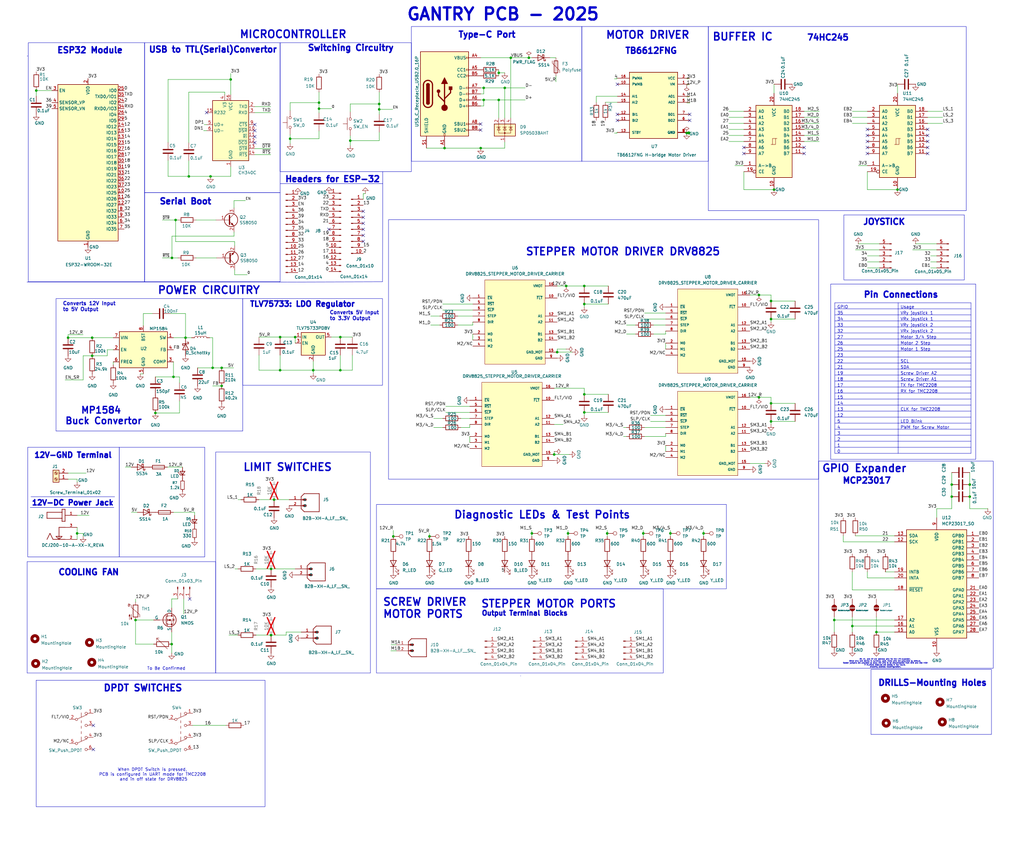
<source format=kicad_sch>
(kicad_sch (version 20250114) (generator "eeschema") (generator_version "9.0")
  (paper "User" 431.8 355.6)
  (rectangle (start 173.482 11.176) (end 245.364 68.072))
  (rectangle (start 158.75 248.412) (end 279.654 283.972))
  (rectangle (start 11.43 236.982) (end 90.932 283.972))
  (rectangle (start 60.96 18.034) (end 118.11 81.28))
  (rectangle (start 118.11 18.034) (end 173.482 72.39))
  (rectangle (start 11.684 188.722) (end 50.292 234.95))
  (rectangle (start 60.96 81.28) (end 118.11 118.872))
  (rectangle (start 90.932 190.754) (end 156.21 283.972))
  (rectangle (start 11.938 18.034) (end 60.96 118.872))
  (rectangle (start 15.24 287.02) (end 111.76 340.36))
  (rectangle (start 23.622 125.984) (end 102.362 181.864))
  (rectangle (start 355.854 90.678) (end 406.654 118.11))
  (rectangle (start 163.83 92.71) (end 345.186 202.184))
  (rectangle (start 102.362 125.984) (end 161.29 162.56))
  (rectangle (start 158.75 212.852) (end 306.324 248.412))
  (rectangle (start 50.292 188.722) (end 86.36 234.95))
  (rectangle (start 345.186 194.564) (end 418.846 281.94))
  (rectangle (start 367.284 282.448) (end 418.084 309.88))
  (rectangle (start 245.364 11.176) (end 298.704 68.072))
  (rectangle (start 298.704 11.176) (end 407.416 88.9))
  (rectangle (start 350.266 119.888) (end 411.48 193.802))
  (text "STEPPER MOTOR PORTS\n\n" (at 202.692 261.874 0) (effects (font (size 3.175 3.175) (thickness 0.6) (bold yes)) (justify left bottom)))
  (text "GANTRY PCB - 2025" (at 171.196 9.144 0) (effects (font (size 5.08 5.08) (thickness 1) (bold yes)) (justify left bottom)))
  (text "12V-GND Terminal" (at 14.224 193.548 0) (effects (font (size 2.286 2.286) (thickness 0.6) (bold yes)) (justify left bottom)))
  (text "STEPPER MOTOR DRIVER DRV8825\n\n" (at 221.488 113.284 0) (effects (font (size 3.175 3.175) (thickness 0.6) (bold yes)) (justify left bottom)))
  (text "ESP32 Module" (at 23.876 22.86 0) (effects (font (size 2.54 2.54) (thickness 0.6) (bold yes)) (justify left bottom)))
  (text "Serial Boot" (at 67.056 86.614 0) (effects (font (size 2.54 2.54) (thickness 0.6) (bold yes)) (justify left bottom)))
  (text "Converts 12V Input \nto 5V Output" (at 26.416 131.572 0) (effects (font (size 1.524 1.524) (bold yes)) (justify left bottom)))
  (text "Converts 5V Input \nto 3.3V Output" (at 138.938 135.382 0) (effects (font (size 1.524 1.524) (bold yes)) (justify left bottom)))
  (text "Output Terminal Blocks" (at 202.946 260.096 0) (effects (font (size 2.032 2.032) (thickness 0.6) (bold yes)) (justify left bottom)))
  (text "MCP23017" (at 355.092 202.946 0) (effects (font (size 2.54 2.54) (thickness 0.6) (bold yes)) (justify left)))
  (text "DRILLS-Mounting Holes" (at 370.1034 289.7378 0) (effects (font (size 2.54 2.54) (thickness 0.6) (bold yes)) (justify left bottom)))
  (text "Type-C Port\n" (at 193.04 16.256 0) (effects (font (size 2.54 2.54) (thickness 0.6) (bold yes)) (justify left bottom)))
  (text "74HC245" (at 340.106 16.002 0) (effects (font (size 2.54 2.54) (thickness 0.6) (bold yes)) (justify left)))
  (text "COOLING FAN" (at 24.384 243.078 0) (effects (font (size 2.54 2.54) (thickness 0.6) (bold yes)) (justify left bottom)))
  (text "Diagnostic LEDs & Test Points" (at 191.262 219.202 0) (effects (font (size 3.175 3.175) (thickness 0.6) (bold yes)) (justify left bottom)))
  (text "MICROCONTROLLER" (at 100.838 16.51 0) (effects (font (size 3.175 3.175) (thickness 0.6) (bold yes)) (justify left bottom)))
  (text "Pin Connections" (at 363.982 125.984 0) (effects (font (size 2.54 2.54) (thickness 0.6) (bold yes)) (justify left bottom)))
  (text "POWER CIRCUITRY" (at 66.294 124.46 0) (effects (font (size 3.175 3.175) (thickness 0.6) (bold yes)) (justify left bottom)))
  (text "12V-DC Power Jack" (at 13.208 213.614 0) (effects (font (size 2.2352 2.2352) (thickness 0.6) (bold yes)) (justify left bottom)))
  (text "TLV75733: LDO Regulator" (at 105.156 129.794 0) (effects (font (size 2.286 2.286) (thickness 0.6) (bold yes)) (justify left bottom)))
  (text "To Be Confirmed" (at 70.104 282.194 0) (effects (font (size 1.27 1.27))))
  (text "GPIO Expander" (at 346.456 199.644 0) (effects (font (size 3.175 3.175) (thickness 0.6) (bold yes)) (justify left bottom)))
  (text "LIMIT SWITCHES" (at 102.362 199.136 0) (effects (font (size 3.175 3.175) (thickness 0.6) (bold yes)) (justify left bottom)))
  (text "BUFFER IC" (at 300.228 17.526 0) (effects (font (size 3.175 3.175) (thickness 0.6) (bold yes)) (justify left bottom)))
  (text "MP1584 \nBuck Convertor\n" (at 43.688 175.514 0) (effects (font (size 2.794 2.794) (thickness 0.5588) (bold yes))))
  (text "JOYSTICK" (at 363.728 95.25 0) (effects (font (size 2.54 2.54) (thickness 0.6) (bold yes)) (justify left bottom)))
  (text "When DPDT Switch is pressed, \nPCB is configured in UART mode for TMC2208 \nand in off state for DRV8825" (at 64.77 326.898 0) (effects (font (size 1.27 1.27))))
  (text "Headers for ESP-32" (at 120.015 77.2414 0) (effects (font (size 2.54 2.54) (thickness 0.6) (bold yes)) (justify left bottom)))
  (text "A0, A1, and A2 are address pins for the I/O expander. \nSince only one device is currently used, these pins are grounded by default. \nSolder jumpers are provided to allow the pins to be disconnected from GND and tied HIGH\nif multiple modules are added in the future, \nenabling address reconfiguration.\n" (at 373.38 279.908 0) (effects (font (size 0.508 0.508))))
  (text "DPDT SWITCHES" (at 43.434 292.1 0) (effects (font (size 2.794 2.794) (thickness 0.6) (bold yes)) (justify left bottom)))
  (text "MOTOR DRIVER\n" (at 255.27 16.764 0) (effects (font (size 3.175 3.175) (thickness 0.6) (bold yes)) (justify left bottom)))
  (text "SCREW DRIVER\nMOTOR PORTS" (at 161.29 261.112 0) (effects (font (size 3.175 3.175) (thickness 0.6) (bold yes)) (justify left bottom)))
  (text "Switching Circuitry\n" (at 129.5654 21.8694 0) (effects (font (size 2.54 2.54) (thickness 0.6) (bold yes)) (justify left bottom)))
  (text "USB to TTL(Serial)Convertor" (at 62.5348 22.5552 0) (effects (font (size 2.54 2.54) (thickness 0.6) (bold yes)) (justify left bottom)))
  (text "TB6612FNG\n" (at 263.398 21.59 0) (effects (font (size 2.54 2.54) (thickness 0.6) (bold yes)) (justify left)))
  (junction (at 401.32 204.47))
  (junction (at 73.152 159.004))
  (junction (at 223.012 24.384))
  (junction (at 325.12 177.8))
  (junction (at 38.862 150.114))
  (junction (at 320.04 124.46))
  (junction (at 114.3 267.97))
  (junction (at 290.43 56.034))
  (junction (at 326.39 80.01))
  (junction (at 233.68 191.77))
  (junction (at 132.08 156.21))
  (junction (at 72.517 108.8136))
  (junction (at 181.102 226.314))
  (junction (at 79.629 74.422))
  (junction (at 238.76 120.65))
  (junction (at 93.472 162.814))
  (junction (at 246.38 128.27))
  (junction (at 256.032 225.044))
  (junction (at 351.79 261.62))
  (junction (at 159.893 46.1518))
  (junction (at 296.672 225.044))
  (junction (at 224.282 225.044))
  (junction (at 72.39 271.78))
  (junction (at 212.852 37.084))
  (junction (at 239.522 225.044))
  (junction (at 210.312 30.734))
  (junction (at 159.893 43.8658))
  (junction (at 32.512 225.044))
  (junction (at 78.232 142.494))
  (junction (at 147.701 59.3598))
  (junction (at 143.51 142.24))
  (junction (at 202.692 62.484))
  (junction (at 74.041 92.8116))
  (junction (at 124.46 142.24))
  (junction (at 234.95 148.59))
  (junction (at 290.48 56.134))
  (junction (at 210.312 42.164))
  (junction (at 246.38 166.37))
  (junction (at 325.12 134.62))
  (junction (at 290.48 56.034))
  (junction (at 88.773 74.422))
  (junction (at 325.12 127))
  (junction (at 57.15 261.62))
  (junction (at 271.272 225.044))
  (junction (at 89.662 155.194))
  (junction (at 114.3 240.03))
  (junction (at 97.282 33.528))
  (junction (at 187.452 62.484))
  (junction (at 118.11 142.24))
  (junction (at 203.962 37.084))
  (junction (at 65.532 174.244))
  (junction (at 28.702 142.494))
  (junction (at 369.57 266.7))
  (junction (at 203.962 42.164))
  (junction (at 15.2908 38.2016))
  (junction (at 246.38 173.99))
  (junction (at 289.56 56.134))
  (junction (at 290.43 56.134))
  (junction (at 408.94 204.47))
  (junction (at 118.11 156.21))
  (junction (at 282.702 225.044))
  (junction (at 134.5184 45.847))
  (junction (at 246.38 120.65))
  (junction (at 378.46 80.01))
  (junction (at 115.57 210.82))
  (junction (at 165.862 226.314))
  (junction (at 38.862 142.494))
  (junction (at 359.41 264.16))
  (junction (at 325.12 170.18))
  (junction (at 401.32 209.55))
  (junction (at 408.94 209.55))
  (junction (at 93.472 155.194))
  (junction (at 143.51 156.21))
  (junction (at 320.04 167.64))
  (junction (at 122.3264 58.547))
  (junction (at 215.392 24.384))
  (junction (at 134.5184 43.307))
  (no_connect (at 365.76 62.23))
  (no_connect (at 153.162 99.314))
  (no_connect (at 80.01 252.73))
  (no_connect (at 391.16 59.69))
  (no_connect (at 290.83 50.8))
  (no_connect (at 107.442 55.118))
  (no_connect (at 365.76 59.69))
  (no_connect (at 107.442 52.578))
  (no_connect (at 391.16 62.23))
  (no_connect (at 107.442 60.198))
  (no_connect (at 391.16 57.15))
  (no_connect (at 202.692 54.864))
  (no_connect (at 39.37 316.23))
  (no_connect (at 313.69 64.77))
  (no_connect (at 138.7094 96.774))
  (no_connect (at 260.35 50.8))
  (no_connect (at 365.76 54.61))
  (no_connect (at 391.16 54.61))
  (no_connect (at 87.122 47.498))
  (no_connect (at 290.83 48.26))
  (no_connect (at 365.76 57.15))
  (no_connect (at 153.162 94.234))
  (no_connect (at 313.69 62.23))
  (no_connect (at 153.162 91.694))
  (no_connect (at 339.09 62.23))
  (no_connect (at 153.162 89.154))
  (no_connect (at 153.162 101.854))
  (no_connect (at 365.76 64.77))
  (no_connect (at 260.35 35.56))
  (no_connect (at 107.442 57.658))
  (no_connect (at 153.162 96.774))
  (no_connect (at 339.09 64.77))
  (no_connect (at 39.37 306.07))
  (no_connect (at 260.35 48.26))
  (no_connect (at 202.692 52.324))
  (no_connect (at 391.16 64.77))
  (wire (pts (xy 186.69 130.81) (xy 199.39 130.81)))
  (wire (pts (xy 55.372 216.154) (xy 57.912 216.154)))
  (wire (pts (xy 159.893 55.8038) (xy 159.893 59.3598)))
  (wire (pts (xy 203.962 37.084) (xy 203.962 39.624)))
  (wire (pts (xy 122.3264 46.609) (xy 122.3264 43.307)))
  (wire (pts (xy 355.6 228.6) (xy 355.6 226.06)))
  (polyline (pts (xy 11.43 23.622) (xy 11.684 23.622)))
  (wire (pts (xy 59.182 157.734) (xy 60.452 157.734)))
  (wire (pts (xy 345.44 46.99) (xy 339.09 46.99)))
  (wire (pts (xy 264.16 137.16) (xy 267.97 137.16)))
  (wire (pts (xy 198.12 180.34) (xy 198.12 179.07)))
  (wire (pts (xy 290.48 56.134) (xy 290.43 56.134)))
  (wire (pts (xy 365.76 243.84) (xy 377.19 243.84)))
  (wire (pts (xy 143.51 149.86) (xy 143.51 156.21)))
  (wire (pts (xy 251.46 43.18) (xy 251.46 40.64)))
  (wire (pts (xy 365.76 107.95) (xy 370.84 107.95)))
  (wire (pts (xy 271.78 132.08) (xy 280.67 132.08)))
  (wire (pts (xy 72.39 271.78) (xy 72.39 275.59)))
  (wire (pts (xy 215.392 24.384) (xy 215.392 49.784)))
  (wire (pts (xy 32.512 225.044) (xy 32.512 227.584)))
  (wire (pts (xy 72.517 108.8136) (xy 68.453 108.8136)))
  (wire (pts (xy 271.272 223.774) (xy 271.272 225.044)))
  (wire (pts (xy 107.442 44.958) (xy 114.173 44.958)))
  (wire (pts (xy 93.472 155.194) (xy 98.552 155.194)))
  (wire (pts (xy 234.442 32.004) (xy 234.442 34.544)))
  (wire (pts (xy 187.452 62.484) (xy 202.692 62.484)))
  (wire (pts (xy 203.962 37.084) (xy 212.852 37.084)))
  (wire (pts (xy 307.34 52.07) (xy 313.69 52.07)))
  (wire (pts (xy 15.2908 38.2016) (xy 21.8694 38.2016)))
  (wire (pts (xy 187.96 171.45) (xy 198.12 171.45)))
  (wire (pts (xy 71.882 132.334) (xy 78.232 132.334)))
  (wire (pts (xy 75.692 174.244) (xy 75.692 169.164)))
  (wire (pts (xy 75.057 92.8116) (xy 74.041 92.8116)))
  (wire (pts (xy 210.312 29.464) (xy 210.312 30.734)))
  (wire (pts (xy 260.1 33.02) (xy 260.1 33.274)))
  (wire (pts (xy 212.852 37.084) (xy 221.488 37.084)))
  (wire (pts (xy 360.68 105.41) (xy 370.84 105.41)))
  (wire (pts (xy 194.31 176.53) (xy 198.12 176.53)))
  (wire (pts (xy 256.54 128.27) (xy 246.38 128.27)))
  (wire (pts (xy 88.773 74.422) (xy 97.282 74.422)))
  (wire (pts (xy 98.679 99.6696) (xy 72.517 99.6696)))
  (wire (pts (xy 401.32 199.39) (xy 401.32 204.47)))
  (wire (pts (xy 203.962 42.164) (xy 203.962 44.704)))
  (wire (pts (xy 47.752 142.494) (xy 38.862 142.494)))
  (wire (pts (xy 182.88 180.34) (xy 186.69 180.34)))
  (wire (pts (xy 290.83 40.64) (xy 290.33 40.64)))
  (wire (pts (xy 345.44 49.53) (xy 339.09 49.53)))
  (wire (pts (xy 256.54 173.99) (xy 246.38 173.99)))
  (wire (pts (xy 210.312 30.734) (xy 210.312 32.004)))
  (wire (pts (xy 325.12 124.46) (xy 320.04 124.46)))
  (wire (pts (xy 89.662 162.814) (xy 93.472 162.814)))
  (wire (pts (xy 203.962 44.704) (xy 202.692 44.704)))
  (wire (pts (xy 32.512 202.184) (xy 32.512 203.454)))
  (wire (pts (xy 134.5184 45.847) (xy 134.5184 47.625)))
  (wire (pts (xy 351.79 261.62) (xy 377.19 261.62)))
  (wire (pts (xy 179.832 62.484) (xy 187.452 62.484)))
  (wire (pts (xy 118.11 142.24) (xy 124.46 142.24)))
  (wire (pts (xy 359.41 52.07) (xy 365.76 52.07)))
  (wire (pts (xy 260.15 55.88) (xy 260.15 56.134)))
  (wire (pts (xy 296.672 225.044) (xy 296.672 226.314)))
  (wire (pts (xy 74.041 92.8116) (xy 68.453 92.8116)))
  (wire (pts (xy 351.79 261.62) (xy 351.79 266.7)))
  (wire (pts (xy 132.08 156.21) (xy 132.08 152.4)))
  (wire (pts (xy 233.68 190.5) (xy 233.68 191.77)))
  (wire (pts (xy 262.89 180.34) (xy 264.16 180.34)))
  (wire (pts (xy 264.16 140.97) (xy 267.97 140.97)))
  (wire (pts (xy 241.3 148.59) (xy 234.95 148.59)))
  (wire (pts (xy 79.629 38.862) (xy 94.742 38.862)))
  (wire (pts (xy 60.452 132.334) (xy 64.262 132.334)))
  (wire (pts (xy 70.612 197.104) (xy 76.962 197.104)))
  (wire (pts (xy 290.43 56.134) (xy 289.56 56.134)))
  (wire (pts (xy 359.41 260.35) (xy 359.41 264.16)))
  (wire (pts (xy 255.27 43.18) (xy 260.35 43.18)))
  (wire (pts (xy 122.3264 43.307) (xy 134.5184 43.307)))
  (polyline (pts (xy 219.5068 285.1404) (xy 219.5068 285.242)))
  (wire (pts (xy 260.15 56.134) (xy 259.08 56.134)))
  (wire (pts (xy 181.61 133.35) (xy 185.42 133.35)))
  (wire (pts (xy 271.78 180.34) (xy 280.67 180.34)))
  (wire (pts (xy 98.679 87.7316) (xy 98.679 84.6836)))
  (wire (pts (xy 98.679 97.8916) (xy 98.679 99.6696)))
  (wire (pts (xy 256.54 120.65) (xy 246.38 120.65)))
  (wire (pts (xy 280.67 182.88) (xy 280.67 184.15)))
  (wire (pts (xy 159.893 38.9128) (xy 159.893 43.8658)))
  (wire (pts (xy 392.43 110.49) (xy 394.97 110.49)))
  (wire (pts (xy 325.12 170.18) (xy 325.12 167.64)))
  (wire (pts (xy 365.76 113.03) (xy 370.84 113.03)))
  (wire (pts (xy 87.122 55.118) (xy 85.852 55.118)))
  (wire (pts (xy 397.51 52.07) (xy 391.16 52.07)))
  (wire (pts (xy 307.34 46.99) (xy 313.69 46.99)))
  (wire (pts (xy 274.32 177.8) (xy 280.67 177.8)))
  (wire (pts (xy 100.33 210.82) (xy 101.6 210.82)))
  (wire (pts (xy 79.629 74.422) (xy 70.866 74.422)))
  (wire (pts (xy 290.33 40.64) (xy 290.33 40.894)))
  (wire (pts (xy 89.662 155.194) (xy 93.472 155.194)))
  (wire (pts (xy 361.95 69.85) (xy 365.76 69.85)))
  (wire (pts (xy 35.052 150.114) (xy 38.862 150.114)))
  (wire (pts (xy 107.95 240.03) (xy 114.3 240.03)))
  (wire (pts (xy 365.76 241.3) (xy 365.76 243.84)))
  (wire (pts (xy 32.512 217.424) (xy 37.592 217.424)))
  (wire (pts (xy 325.12 179.07) (xy 325.12 177.8)))
  (wire (pts (xy 73.152 159.004) (xy 73.152 152.654)))
  (wire (pts (xy 239.522 225.044) (xy 239.522 226.314)))
  (wire (pts (xy 78.232 142.494) (xy 80.772 142.494)))
  (wire (pts (xy 290.53 56.134) (xy 290.48 56.134)))
  (wire (pts (xy 234.95 147.32) (xy 234.95 148.59)))
  (wire (pts (xy 313.69 72.39) (xy 313.69 80.01)))
  (wire (pts (xy 307.34 49.53) (xy 313.69 49.53)))
  (wire (pts (xy 109.22 142.24) (xy 118.11 142.24)))
  (wire (pts (xy 224.282 223.774) (xy 224.282 225.044)))
  (wire (pts (xy 378.46 35.56) (xy 378.46 39.37)))
  (wire (pts (xy 212.852 30.734) (xy 210.312 30.734)))
  (wire (pts (xy 82.042 216.154) (xy 82.042 217.424)))
  (wire (pts (xy 122.3264 56.769) (xy 122.3264 58.547)))
  (wire (pts (xy 47.752 153.924) (xy 47.752 152.654)))
  (wire (pts (xy 134.5184 45.847) (xy 139.8524 45.847)))
  (wire (pts (xy 186.69 128.27) (xy 199.39 128.27)))
  (wire (pts (xy 290.48 56.034) (xy 290.48 56.134)))
  (wire (pts (xy 397.51 49.53) (xy 391.16 49.53)))
  (wire (pts (xy 132.08 157.48) (xy 132.08 156.21)))
  (wire (pts (xy 326.39 35.56) (xy 326.39 39.37)))
  (wire (pts (xy 57.15 271.78) (xy 57.15 261.62)))
  (wire (pts (xy 35.052 160.274) (xy 35.052 150.114)))
  (wire (pts (xy 107.442 62.738) (xy 114.173 62.738)))
  (wire (pts (xy 134.5184 38.862) (xy 134.5184 43.307)))
  (wire (pts (xy 238.76 147.32) (xy 234.95 147.32)))
  (wire (pts (xy 28.702 141.224) (xy 35.052 141.224)))
  (wire (pts (xy 322.58 195.58) (xy 316.23 195.58)))
  (wire (pts (xy 107.95 267.97) (xy 114.3 267.97)))
  (wire (pts (xy 401.32 204.47) (xy 401.32 209.55)))
  (wire (pts (xy 89.662 142.494) (xy 88.392 142.494)))
  (wire (pts (xy 345.44 52.07) (xy 339.09 52.07)))
  (wire (pts (xy 373.38 241.3) (xy 377.19 241.3)))
  (wire (pts (xy 86.106 52.578) (xy 87.122 52.578)))
  (wire (pts (xy 94.742 39.878) (xy 94.742 38.862)))
  (wire (pts (xy 234.442 24.384) (xy 231.902 24.384)))
  (wire (pts (xy 290.83 43.18) (xy 290.83 43.434)))
  (wire (pts (xy 134.5184 43.307) (xy 134.5184 45.847)))
  (wire (pts (xy 335.28 134.62) (xy 325.12 134.62)))
  (polyline (pts (xy 161.417 72.39) (xy 161.29 118.872)))
  (wire (pts (xy 210.312 42.164) (xy 221.488 42.164)))
  (wire (pts (xy 313.69 80.01) (xy 326.39 80.01)))
  (polyline (pts (xy 161.29 118.872) (xy 117.7036 119.0244)))
  (wire (pts (xy 359.41 49.53) (xy 365.76 49.53)))
  (wire (pts (xy 72.39 252.73) (xy 72.39 256.54)))
  (wire (pts (xy 114.3 240.03) (xy 124.46 240.03)))
  (wire (pts (xy 65.532 174.244) (xy 75.692 174.244)))
  (wire (pts (xy 280.67 140.97) (xy 280.67 139.7)))
  (wire (pts (xy 82.677 92.8116) (xy 91.059 92.8116)))
  (wire (pts (xy 233.68 163.83) (xy 246.38 163.83)))
  (wire (pts (xy 215.392 24.384) (xy 223.012 24.384)))
  (wire (pts (xy 365.76 80.01) (xy 378.46 80.01)))
  (wire (pts (xy 359.41 264.16) (xy 359.41 266.7)))
  (wire (pts (xy 198.12 184.15) (xy 198.12 186.69)))
  (wire (pts (xy 199.39 140.97) (xy 199.39 143.51)))
  (wire (pts (xy 271.272 225.044) (xy 271.272 226.314)))
  (wire (pts (xy 107.442 65.278) (xy 114.173 65.278)))
  (wire (pts (xy 384.81 105.41) (xy 394.97 105.41)))
  (wire (pts (xy 134.5184 55.245) (xy 134.5184 58.547)))
  (wire (pts (xy 109.22 149.86) (xy 109.22 156.21)))
  (wire (pts (xy 290.83 55.88) (xy 290.43 55.88)))
  (wire (pts (xy 282.702 223.774) (xy 282.702 225.044)))
  (wire (pts (xy 147.701 47.1678) (xy 147.701 43.8658)))
  (wire (pts (xy 392.43 113.03) (xy 394.97 113.03)))
  (wire (pts (xy 82.677 108.8136) (xy 91.313 108.8136)))
  (wire (pts (xy 203.962 39.624) (xy 202.692 39.624)))
  (wire (pts (xy 202.692 62.484) (xy 212.852 62.484)))
  (wire (pts (xy 238.76 120.65) (xy 234.95 120.65)))
  (wire (pts (xy 52.832 197.104) (xy 55.372 197.104)))
  (wire (pts (xy 365.76 72.39) (xy 365.76 80.01)))
  (wire (pts (xy 361.95 102.87) (xy 370.84 102.87)))
  (wire (pts (xy 159.893 43.8658) (xy 159.893 46.1518)))
  (wire (pts (xy 320.04 124.46) (xy 316.23 124.46)))
  (wire (pts (xy 45.212 147.574) (xy 47.752 147.574)))
  (wire (pts (xy 28.702 142.494) (xy 38.862 142.494)))
  (wire (pts (xy 70.866 74.422) (xy 70.866 67.691)))
  (wire (pts (xy 98.933 101.9556) (xy 74.041 101.9556)))
  (wire (pts (xy 290.23 33.02) (xy 290.23 33.274)))
  (wire (pts (xy 290.23 33.274) (xy 289.56 33.274)))
  (wire (pts (xy 181.102 225.044) (xy 181.102 226.314)))
  (wire (pts (xy 309.88 69.85) (xy 313.69 69.85)))
  (wire (pts (xy 35.052 225.044) (xy 35.052 226.314)))
  (wire (pts (xy 193.04 137.16) (xy 199.39 137.16)))
  (wire (pts (xy 377.19 266.7) (xy 369.57 266.7)))
  (wire (pts (xy 307.34 57.15) (xy 313.69 57.15)))
  (wire (pts (xy 57.15 261.62) (xy 64.77 261.62)))
  (wire (pts (xy 75.057 108.8136) (xy 72.517 108.8136)))
  (wire (pts (xy 182.88 176.53) (xy 186.69 176.53)))
  (wire (pts (xy 143.51 156.21) (xy 148.59 156.21)))
  (wire (pts (xy 15.2908 37.8714) (xy 15.2908 38.2016)))
  (wire (pts (xy 290.53 56.034) (xy 290.53 56.134)))
  (wire (pts (xy 290.83 33.02) (xy 290.23 33.02)))
  (wire (pts (xy 394.97 214.63) (xy 394.97 218.44)))
  (wire (pts (xy 256.032 223.774) (xy 256.032 225.044)))
  (wire (pts (xy 246.38 166.37) (xy 246.38 163.83)))
  (wire (pts (xy 194.31 180.34) (xy 198.12 180.34)))
  (wire (pts (xy 147.701 57.3278) (xy 147.701 59.3598)))
  (polyline (pts (xy 117.9576 118.9736) (xy 11.3792 118.9736)))
  (wire (pts (xy 28.702 141.224) (xy 28.702 142.494)))
  (wire (pts (xy 369.57 260.35) (xy 369.57 266.7)))
  (wire (pts (xy 32.512 225.044) (xy 35.052 225.044)))
  (wire (pts (xy 290.83 43.434) (xy 289.56 43.434)))
  (wire (pts (xy 335.28 170.18) (xy 325.12 170.18)))
  (wire (pts (xy 74.041 101.9556) (xy 74.041 92.8116)))
  (wire (pts (xy 325.12 135.89) (xy 325.12 134.62)))
  (wire (pts (xy 164.7952 274.574) (xy 167.132 274.574)))
  (wire (pts (xy 64.77 271.78) (xy 57.15 271.78)))
  (wire (pts (xy 115.57 210.82) (xy 121.92 210.82)))
  (wire (pts (xy 199.39 137.16) (xy 199.39 135.89)))
  (wire (pts (xy 290.33 40.894) (xy 289.56 40.894)))
  (wire (pts (xy 290.43 55.88) (xy 290.43 56.034)))
  (wire (pts (xy 290.83 35.56) (xy 290.28 35.56)))
  (wire (pts (xy 159.893 59.3598) (xy 147.701 59.3598)))
  (wire (pts (xy 120.65 266.7) (xy 120.65 267.97)))
  (wire (pts (xy 223.012 24.384) (xy 224.282 24.384)))
  (wire (pts (xy 212.852 37.084) (xy 212.852 49.784)))
  (wire (pts (xy 325.12 167.64) (xy 320.04 167.64)))
  (wire (pts (xy 70.866 60.071) (xy 70.866 33.528)))
  (wire (pts (xy 120.65 267.97) (xy 114.3 267.97)))
  (wire (pts (xy 325.12 127) (xy 325.12 124.46)))
  (wire (pts (xy 28.702 199.644) (xy 36.322 199.644)))
  (wire (pts (xy 99.06 240.03) (xy 100.33 240.03)))
  (wire (pts (xy 290.48 56.034) (xy 290.53 56.034)))
  (wire (pts (xy 246.38 129.54) (xy 246.38 128.27)))
  (wire (pts (xy 153.162 84.074) (xy 153.162 81.7118)))
  (wire (pts (xy 251.46 40.64) (xy 260.35 40.64)))
  (wire (pts (xy 73.152 142.494) (xy 78.232 142.494)))
  (wire (pts (xy 280.67 187.96) (xy 280.67 190.5)))
  (wire (pts (xy 72.39 266.7) (xy 72.39 271.78)))
  (wire (pts (xy 147.701 43.8658) (xy 159.893 43.8658)))
  (wire (pts (xy 73.152 159.004) (xy 75.692 159.004)))
  (wire (pts (xy 224.282 225.044) (xy 224.282 226.314)))
  (wire (pts (xy 339.09 54.61) (xy 345.44 54.61)))
  (wire (pts (xy 401.32 209.55) (xy 401.32 214.63)))
  (wire (pts (xy 38.862 150.114) (xy 45.212 150.114)))
  (wire (pts (xy 280.67 144.78) (xy 280.67 147.32)))
  (wire (pts (xy 139.7 142.24) (xy 143.51 142.24)))
  (wire (pts (xy 365.76 110.49) (xy 370.84 110.49)))
  (wire (pts (xy 95.25 306.07) (xy 81.28 306.07)))
  (wire (pts (xy 359.41 241.3) (xy 359.41 248.92)))
  (wire (pts (xy 210.312 42.164) (xy 210.312 49.784)))
  (wire (pts (xy 351.79 260.35) (xy 351.79 261.62)))
  (wire (pts (xy 359.41 248.92) (xy 377.19 248.92)))
  (wire (pts (xy 240.03 191.77) (xy 233.68 191.77)))
  (wire (pts (xy 60.452 137.414) (xy 60.452 132.334)))
  (wire (pts (xy 122.3264 58.547) (xy 122.3264 60.579)))
  (wire (pts (xy 97.282 39.878) (xy 97.282 33.528)))
  (wire (pts (xy 307.34 54.61) (xy 313.69 54.61)))
  (wire (pts (xy 408.94 199.39) (xy 408.94 204.47)))
  (wire (pts (xy 307.34 59.69) (xy 313.69 59.69)))
  (wire (pts (xy 118.11 149.86) (xy 118.11 156.21)))
  (wire (pts (xy 237.49 179.07) (xy 233.68 179.07)))
  (wire (pts (xy 15.2654 38.2016) (xy 15.2908 38.2016)))
  (wire (pts (xy 239.522 223.774) (xy 239.522 225.044)))
  (wire (pts (xy 89.662 155.194) (xy 89.662 142.494)))
  (wire (pts (xy 65.532 159.004) (xy 73.152 159.004)))
  (wire (pts (xy 280.67 184.15) (xy 271.78 184.15)))
  (wire (pts (xy 256.032 225.044) (xy 256.032 226.314)))
  (wire (pts (xy 118.11 156.21) (xy 132.08 156.21)))
  (wire (pts (xy 75.692 159.004) (xy 75.692 161.544)))
  (wire (pts (xy 148.59 149.86) (xy 148.59 156.21)))
  (wire (pts (xy 339.09 59.69) (xy 345.44 59.69)))
  (wire (pts (xy 262.89 184.15) (xy 264.16 184.15)))
  (wire (pts (xy 78.232 132.334) (xy 78.232 142.494)))
  (wire (pts (xy 96.52 267.97) (xy 100.33 267.97)))
  (wire (pts (xy 386.08 102.87) (xy 394.97 102.87)))
  (wire (pts (xy 79.629 74.422) (xy 88.773 74.422)))
  (wire (pts (xy 408.94 204.47) (xy 408.94 209.55)))
  (wire (pts (xy 15.2908 38.2016) (xy 15.2908 40.5384)))
  (wire (pts (xy 260.35 33.02) (xy 260.1 33.02)))
  (wire (pts (xy 290.43 56.034) (xy 290.43 56.134)))
  (wire (pts (xy 107.442 47.498) (xy 114.173 47.498)))
  (wire (pts (xy 275.59 137.16) (xy 280.67 137.16)))
  (wire (pts (xy 260.1 33.274) (xy 259.08 33.274)))
  (wire (pts (xy 238.76 120.65) (xy 246.38 120.65)))
  (wire (pts (xy 256.54 166.37) (xy 246.38 166.37)))
  (wire (pts (xy 360.68 226.06) (xy 377.19 226.06)))
  (wire (pts (xy 296.672 223.774) (xy 296.672 225.044)))
  (wire (pts (xy 320.04 167.64) (xy 316.23 167.64)))
  (wire (pts (xy 79.629 38.862) (xy 79.629 60.198)))
  (wire (pts (xy 70.866 33.528) (xy 97.282 33.528)))
  (wire (pts (xy 98.933 113.8936) (xy 98.933 115.9256)))
  (polyline (pts (xy 48.3616 209.5754) (xy 13.0556 209.5754)))
  (wire (pts (xy 45.212 150.114) (xy 45.212 147.574)))
  (wire (pts (xy 392.43 107.95) (xy 394.97 107.95)))
  (wire (pts (xy 187.96 173.99) (xy 198.12 173.99)))
  (wire (pts (xy 335.28 177.8) (xy 325.12 177.8)))
  (polyline (pts (xy 161.4424 77.4446) (xy 118.1354 77.4954)))
  (wire (pts (xy 335.28 127) (xy 325.12 127)))
  (wire (pts (xy 282.702 225.044) (xy 282.702 226.314)))
  (wire (pts (xy 408.94 209.55) (xy 408.94 214.63)))
  (polyline (pts (xy 48.0314 214.122) (xy 12.7254 214.122)))
  (wire (pts (xy 274.32 175.26) (xy 280.67 175.26)))
  (wire (pts (xy 134.5184 58.547) (xy 122.3264 58.547)))
  (wire (pts (xy 212.852 59.944) (xy 212.852 62.484)))
  (wire (pts (xy 401.32 214.63) (xy 394.97 214.63)))
  (wire (pts (xy 164.8714 272.0086) (xy 167.132 272.034)))
  (wire (pts (xy 165.862 223.774) (xy 165.862 226.314)))
  (wire (pts (xy 98.679 84.6836) (xy 103.505 84.6836)))
  (wire (pts (xy 73.152 216.154) (xy 82.042 216.154)))
  (wire (pts (xy 275.59 140.97) (xy 280.67 140.97)))
  (wire (pts (xy 202.692 37.084) (xy 203.962 37.084)))
  (wire (pts (xy 159.893 46.1518) (xy 165.608 46.1518)))
  (wire (pts (xy 109.22 156.21) (xy 118.11 156.21)))
  (wire (pts (xy 153.162 81.7118) (xy 154.0764 81.7118)))
  (wire (pts (xy 132.08 156.21) (xy 143.51 156.21)))
  (wire (pts (xy 203.962 42.164) (xy 210.312 42.164)))
  (wire (pts (xy 27.432 160.274) (xy 35.052 160.274)))
  (wire (pts (xy 124.46 142.24) (xy 124.46 144.78)))
  (wire (pts (xy 202.692 42.164) (xy 203.962 42.164)))
  (wire (pts (xy 359.41 264.16) (xy 377.19 264.16)))
  (wire (pts (xy 32.512 222.504) (xy 32.512 225.044)))
  (wire (pts (xy 127 266.7) (xy 120.65 266.7)))
  (wire (pts (xy 77.47 252.73) (xy 77.47 259.08)))
  (wire (pts (xy 397.51 46.99) (xy 391.16 46.99)))
  (wire (pts (xy 181.61 137.16) (xy 185.42 137.16)))
  (wire (pts (xy 290.43 56.034) (xy 290.48 56.034)))
  (wire (pts (xy 98.933 103.7336) (xy 98.933 101.9556)))
  (wire (pts (xy 246.38 175.26) (xy 246.38 173.99)))
  (wire (pts (xy 147.701 59.3598) (xy 147.701 61.3918)))
  (wire (pts (xy 290.28 35.56) (xy 290.28 35.814)))
  (wire (pts (xy 83.312 155.194) (xy 89.662 155.194)))
  (wire (pts (xy 57.15 254) (xy 57.15 252.73)))
  (wire (pts (xy 98.933 115.9256) (xy 104.267 115.9256)))
  (wire (pts (xy 408.94 214.63) (xy 416.56 214.63)))
  (wire (pts (xy 143.51 142.24) (xy 148.59 142.24)))
  (wire (pts (xy 97.282 74.422) (xy 97.282 70.358)))
  (wire (pts (xy 28.702 202.184) (xy 32.512 202.184)))
  (wire (pts (xy 359.41 46.99) (xy 365.76 46.99)))
  (wire (pts (xy 109.22 210.82) (xy 115.57 210.82)))
  (wire (pts (xy 290.28 35.814) (xy 289.56 35.814)))
  (wire (pts (xy 72.517 99.6696) (xy 72.517 108.8136)))
  (wire (pts (xy 193.04 133.35) (xy 199.39 133.35)))
  (wire (pts (xy 260.35 55.88) (xy 260.15 55.88)))
  (wire (pts (xy 339.09 57.15) (xy 345.44 57.15)))
  (wire (pts (xy 355.6 228.6) (xy 377.19 228.6)))
  (wire (pts (xy 97.282 33.528) (xy 97.282 30.988)))
  (wire (pts (xy 202.692 24.384) (xy 215.392 24.384)))
  (wire (pts (xy 72.39 252.73) (xy 74.93 252.73)))
  (wire (pts (xy 271.78 134.62) (xy 280.67 134.62)))
  (wire (pts (xy 79.629 67.818) (xy 79.629 74.422)))
  (wire (pts (xy 159.893 46.1518) (xy 159.893 48.1838)))
  (table (column_count 2) (border (external yes) (header yes)) (separators (rows yes) (cols yes)) (column_widths 26.67 30.734) (row_heights 2.54 2.54 2.54 2.54 2.54 2.54 2.54 2.54 2.54 2.54 2.54 2.54 2.54 2.54 2.54 2.54 2.54 2.54 2.54 2.54 2.54 2.54 2.54 2.54 2.54) (cells (table_cell "GPIO" (at 352.044 127.762 0) (size 26.67 2.54) (margins 0.9525 0.9525 0.9525 0.9525) (span 1 1)) (table_cell "Usage" (at 378.714 127.762 0) (size 30.734 2.54) (margins 0.9525 0.9525 0.9525 0.9525) (span 1 1)) (table_cell "35" (at 352.044 130.302 0) (size 26.67 2.54) (margins 0.9525 0.9525 0.9525 0.9525) (span 1 1)) (table_cell "VRy joystick 1" (at 378.714 130.302 0) (size 30.734 2.54) (margins 0.9525 0.9525 0.9525 0.9525) (span 1 1)) (table_cell "34" (at 352.044 132.842 0) (size 26.67 2.54) (margins 0.9525 0.9525 0.9525 0.9525) (span 1 1)) (table_cell "VRx joystick 1" (at 378.714 132.842 0) (size 30.734 2.54) (margins 0.9525 0.9525 0.9525 0.9525) (span 1 1)) (table_cell "33" (at 352.044 135.382 0) (size 26.67 2.54) (margins 0.9525 0.9525 0.9525 0.9525) (span 1 1)) (table_cell "VRy joystick 2" (at 378.714 135.382 0) (size 30.734 2.54) (margins 0.9525 0.9525 0.9525 0.9525) (span 1 1)) (table_cell "32" (at 352.044 137.922 0) (size 26.67 2.54) (margins 0.9525 0.9525 0.9525 0.9525) (span 1 1)) (table_cell "VRx joystick 2" (at 378.714 137.922 0) (size 30.734 2.54) (margins 0.9525 0.9525 0.9525 0.9525) (span 1 1)) (table_cell "27" (at 352.044 140.462 0) (size 26.67 2.54) (margins 0.9525 0.9525 0.9525 0.9525) (span 1 1)) (table_cell "Motor 3/4 Step" (at 378.714 140.462 0) (size 30.734 2.54) (margins 0.9525 0.9525 0.9525 0.9525) (span 1 1)) (table_cell "26" (at 352.044 143.002 0) (size 26.67 2.54) (margins 0.9525 0.9525 0.9525 0.9525) (span 1 1)) (table_cell "Motor 2 Step" (at 378.714 143.002 0) (size 30.734 2.54) (margins 0.9525 0.9525 0.9525 0.9525) (span 1 1)) (table_cell "25" (at 352.044 145.542 0) (size 26.67 2.54) (margins 0.9525 0.9525 0.9525 0.9525) (span 1 1)) (table_cell "Motor 1 Step" (at 378.714 145.542 0) (size 30.734 2.54) (margins 0.9525 0.9525 0.9525 0.9525) (span 1 1)) (table_cell "23" (at 352.044 148.082 0) (size 26.67 2.54) (margins 0.9525 0.9525 0.9525 0.9525) (span 1 1)) (table_cell "" (at 378.714 148.082 0) (size 30.734 2.54) (margins 0.9525 0.9525 0.9525 0.9525) (span 1 1)) (table_cell "22" (at 352.044 150.622 0) (size 26.67 2.54) (margins 0.9525 0.9525 0.9525 0.9525) (span 1 1)) (table_cell "SCL" (at 378.714 150.622 0) (size 30.734 2.54) (margins 0.9525 0.9525 0.9525 0.9525) (span 1 1)) (table_cell "21" (at 352.044 153.162 0) (size 26.67 2.54) (margins 0.9525 0.9525 0.9525 0.9525) (span 1 1)) (table_cell "SDA" (at 378.714 153.162 0) (size 30.734 2.54) (margins 0.9525 0.9525 0.9525 0.9525) (span 1 1)) (table_cell "19" (at 352.044 155.702 0) (size 26.67 2.54) (margins 0.9525 0.9525 0.9525 0.9525) (span 1 1)) (table_cell "Screw Driver A2" (at 378.714 155.702 0) (size 30.734 2.54) (margins 0.9525 0.9525 0.9525 0.9525) (span 1 1)) (table_cell "18" (at 352.044 158.242 0) (size 26.67 2.54) (margins 0.9525 0.9525 0.9525 0.9525) (span 1 1)) (table_cell "Screw Driver A1" (at 378.714 158.242 0) (size 30.734 2.54) (margins 0.9525 0.9525 0.9525 0.9525) (span 1 1)) (table_cell "17" (at 352.044 160.782 0) (size 26.67 2.54) (margins 0.9525 0.9525 0.9525 0.9525) (span 1 1)) (table_cell "TX for TMC2208" (at 378.714 160.782 0) (size 30.734 2.54) (margins 0.9525 0.9525 0.9525 0.9525) (span 1 1)) (table_cell "16" (at 352.044 163.322 0) (size 26.67 2.54) (margins 0.9525 0.9525 0.9525 0.9525) (span 1 1)) (table_cell "RX for TMC2208" (at 378.714 163.322 0) (size 30.734 2.54) (margins 0.9525 0.9525 0.9525 0.9525) (span 1 1)) (table_cell "15" (at 352.044 165.862 0) (size 26.67 2.54) (margins 0.9525 0.9525 0.9525 0.9525) (span 1 1)) (table_cell "" (at 378.714 165.862 0) (size 30.734 2.54) (margins 0.9525 0.9525 0.9525 0.9525) (span 1 1)) (table_cell "14" (at 352.044 168.402 0) (size 26.67 2.54) (margins 0.9525 0.9525 0.9525 0.9525) (span 1 1)) (table_cell "" (at 378.714 168.402 0) (size 30.734 2.54) (margins 0.9525 0.9525 0.9525 0.9525) (span 1 1)) (table_cell "13" (at 352.044 170.942 0) (size 26.67 2.54) (margins 0.9525 0.9525 0.9525 0.9525) (span 1 1)) (table_cell "CLK for TMC2208" (at 378.714 170.942 0) (size 30.734 2.54) (margins 0.9525 0.9525 0.9525 0.9525) (span 1 1)) (table_cell "12" (at 352.044 173.482 0) (size 26.67 2.54) (margins 0.9525 0.9525 0.9525 0.9525) (span 1 1)) (table_cell "" (at 378.714 173.482 0) (size 30.734 2.54) (margins 0.9525 0.9525 0.9525 0.9525) (span 1 1)) (table_cell "5" (at 352.044 176.022 0) (size 26.67 2.54) (margins 0.9525 0.9525 0.9525 0.9525) (span 1 1)) (table_cell "LED Blink" (at 378.714 176.022 0) (size 30.734 2.54) (margins 0.9525 0.9525 0.9525 0.9525) (span 1 1)) (table_cell "4" (at 352.044 178.562 0) (size 26.67 2.54) (margins 0.9525 0.9525 0.9525 0.9525) (span 1 1)) (table_cell "PWM for Screw Motor" (at 378.714 178.562 0) (size 30.734 2.54) (margins 0.9525 0.9525 0.9525 0.9525) (span 1 1)) (table_cell "3" (at 352.044 181.102 0) (size 26.67 2.54) (margins 0.9525 0.9525 0.9525 0.9525) (span 1 1)) (table_cell "" (at 378.714 181.102 0) (size 30.734 2.54) (margins 0.9525 0.9525 0.9525 0.9525) (span 1 1)) (table_cell "2" (at 352.044 183.642 0) (size 26.67 2.54) (margins 0.9525 0.9525 0.9525 0.9525) (span 1 1)) (table_cell "" (at 378.714 183.642 0) (size 30.734 2.54) (margins 0.9525 0.9525 0.9525 0.9525) (span 1 1)) (table_cell "1" (at 352.044 186.182 0) (size 26.67 2.54) (margins 0.9525 0.9525 0.9525 0.9525) (span 1 1)) (table_cell "" (at 378.714 186.182 0) (size 30.734 2.54) (margins 0.9525 0.9525 0.9525 0.9525) (span 1 1)) (table_cell "0" (at 352.044 188.722 0) (size 26.67 2.54) (margins 0.9525 0.9525 0.9525 0.9525) (span 1 1)) (table_cell "" (at 378.714 188.722 0) (size 30.734 2.54) (margins 0.9525 0.9525 0.9525 0.9525) (span 1 1))))
  (label "FLT{slash}VIO" (at 316.23 129.54 0))
  (label "FLT{slash}VIO" (at 233.68 168.91 0))
  (label "4" (at 138.7094 112.014 180))
  (label "EA3" (at 412.75 256.54 0))
  (label "3V3" (at 394.97 214.63 180))
  (label "3V3" (at 114.3 232.41 180))
  (label "3V3" (at 114.3 260.35 180))
  (label "M2_D" (at 271.272 223.774 180))
  (label "33" (at 125.603 102.2858 0))
  (label "2" (at 153.162 106.934 0))
  (label "SM4_A1" (at 233.68 176.53 0))
  (label "2" (at 52.3494 43.2816 0))
  (label "SM1_B1" (at 234.95 140.97 0))
  (label "21" (at 374.65 226.06 180))
  (label "12V_R" (at 240.03 163.83 180))
  (label "M3{slash}4_S" (at 262.89 180.34 180))
  (label "EB1" (at 392.43 113.03 180))
  (label "SM2_B1" (at 209.55 275.59 0))
  (label "D-" (at 221.488 37.084 0))
  (label "3V3" (at 373.38 233.68 180))
  (label "SM2_B2" (at 209.55 278.13 0))
  (label "34" (at 52.3494 94.0816 0))
  (label "32" (at 52.3494 89.0016 0))
  (label "27" (at 307.34 52.07 180))
  (label "SM4_A1" (at 247.65 270.51 0))
  (label "SM2_A1" (at 316.23 137.16 0))
  (label "M1B" (at 289.56 43.434 0))
  (label "VBUS" (at 215.392 24.384 0))
  (label "M1_S" (at 224.282 223.774 180))
  (label "3V3" (at 198.12 184.15 180))
  (label "17" (at 138.7094 106.934 180))
  (label "M3{slash}4_D" (at 345.44 54.61 180))
  (label "SM2_B2" (at 316.23 147.32 0))
  (label "SM3_A2" (at 316.23 182.88 0))
  (label "27" (at 52.3494 86.4616 0))
  (label "SM1_A1" (at 234.95 133.35 0))
  (label "12V_R" (at 238.76 120.65 180))
  (label "M2_D" (at 345.44 49.53 180))
  (label "RST{slash}PDN" (at 71.12 303.53 180))
  (label "5V_R" (at 234.442 34.544 180))
  (label "M3{slash}4_S" (at 345.44 52.07 180))
  (label "M2{slash}NC" (at 199.39 146.05 180))
  (label "12V_P" (at 289.56 35.814 0))
  (label "22" (at 52.3494 76.3016 0))
  (label "EN" (at 103.505 84.6836 0) (effects (font (size 1.0668 1.0668))))
  (label "14" (at 125.603 112.4458 0))
  (label "33" (at 52.3494 91.5416 0))
  (label "D+" (at 221.488 42.164 0))
  (label "34" (at 365.76 107.95 180))
  (label "12V" (at 52.832 197.104 0))
  (label "M3{slash}4_D" (at 296.672 223.774 180))
  (label "LS_1" (at 100.33 210.82 180))
  (label "SM2_A2" (at 209.55 273.05 0))
  (label "16" (at 138.7094 109.474 180))
  (label "3V3" (at 359.41 233.68 180))
  (label "TXD" (at 114.173 47.498 180))
  (label "FB" (at 73.152 147.574 0))
  (label "12" (at 52.3494 53.4416 0))
  (label "SM3_B2" (at 229.87 278.13 0))
  (label "SM2_A1" (at 209.55 270.51 0))
  (label "SM1_B1" (at 267.97 275.59 0))
  (label "3V3" (at 359.41 252.73 180))
  (label "SM4_A2" (at 247.65 273.05 0))
  (label "TXD" (at 138.7094 89.154 180))
  (label "SLP{slash}CLK" (at 186.69 130.81 180))
  (label "EB7" (at 412.75 243.84 0))
  (label "12V_R" (at 76.962 197.104 180))
  (label "3V3" (at 15.2908 30.2514 0))
  (label "LS_1" (at 397.51 46.99 0))
  (label "3V3" (at 360.68 218.44 180))
  (label "3V3" (at 384.81 105.41 0))
  (label "3V3" (at 39.37 300.99 0))
  (label "EA2" (at 412.75 254 0))
  (label "34" (at 125.603 94.6658 0))
  (label "M1A" (at 289.56 40.894 0))
  (label "25" (at 52.3494 81.3816 0))
  (label "21" (at 138.7094 94.234 180))
  (label "0" (at 104.267 115.9256 0) (effects (font (size 1.0668 1.0668))))
  (label "FLT{slash}VIO" (at 234.95 125.73 0))
  (label "36" (at 125.603 89.5858 0))
  (label "15" (at 153.162 104.394 0))
  (label "EB4" (at 412.75 236.22 0))
  (label "SM1_A1" (at 267.97 270.51 0))
  (label "RST{slash}PDN" (at 271.78 132.08 180))
  (label "EB3" (at 412.75 233.68 0))
  (label "26" (at 125.603 107.3658 0))
  (label "SM1_A2" (at 267.97 273.05 0))
  (label "39" (at 21.8694 45.8216 180))
  (label "EB6" (at 412.75 241.3 0))
  (label "~{RTS}" (at 68.453 108.8136 0) (effects (font (size 1.0668 1.0668))))
  (label "5V" (at 98.552 155.194 180))
  (label "RXD" (at 138.7094 91.694 180))
  (label "SM3_B2" (at 316.23 190.5 0))
  (label "SLP{slash}CLK" (at 187.96 173.99 180))
  (label "SM3_B1" (at 229.87 275.59 0))
  (label "EA0" (at 307.34 49.53 180))
  (label "EA0" (at 412.75 248.92 0))
  (label "M1_S" (at 181.61 133.35 180))
  (label "3V3" (at 378.46 36.83 180))
  (label "18" (at 52.3494 68.6816 0))
  (label "35" (at 125.603 97.2058 0))
  (label "FLT{slash}VIO" (at 29.21 303.53 180))
  (label "3V3" (at 351.79 252.73 180))
  (label "3V3" (at 309.88 69.85 0))
  (label "FLT{slash}VIO" (at 316.23 172.72 0))
  (label "3V3" (at 360.68 105.41 0))
  (label "3V3" (at 148.59 142.24 0))
  (label "16" (at 86.36 306.07 0))
  (label "M1_S" (at 345.44 57.15 180))
  (label "26" (at 307.34 46.99 180))
  (label "~{DTR}" (at 68.453 92.8116 0) (effects (font (size 1.0668 1.0668))))
  (label "27" (at 125.603 109.9058 0))
  (label "33" (at 392.43 110.49 180))
  (label "TXD" (at 52.3494 40.7416 0))
  (label "SLP{slash}CLK" (at 71.12 313.69 180))
  (label "M2{slash}NC" (at 280.67 149.86 180))
  (label "M2{slash}NC" (at 29.21 313.69 180))
  (label "3V3" (at 134.5184 31.242 0))
  (label "EB0" (at 365.76 113.03 180))
  (label "12V_P" (at 57.15 252.73 0))
  (label "LS_2" (at 397.51 49.53 0))
  (label "12V_R" (at 321.31 167.64 180))
  (label "EN" (at 125.603 87.0458 0))
  (label "23" (at 52.3494 78.8416 0))
  (label "5" (at 212.852 241.554 180))
  (label "M2_S" (at 256.032 223.774 180))
  (label "3V3" (at 197.612 226.314 180))
  (label "21" (at 52.3494 73.7616 0))
  (label "25" (at 125.603 104.8258 0))
  (label "M3{slash}4_S" (at 282.702 223.774 180))
  (label "RXD" (at 114.173 44.958 180))
  (label "3V3" (at 361.95 69.85 0))
  (label "SM4_B1" (at 247.65 275.59 0))
  (label "3V3" (at 212.852 226.314 180))
  (label "36" (at 21.8694 43.2816 180))
  (label "SM2_A2" (at 316.23 139.7 0))
  (label "EA1" (at 307.34 54.61 180))
  (label "19" (at 52.3494 71.2216 0))
  (label "17" (at 102.87 306.07 0))
  (label "19" (at 138.7094 99.314 180))
  (label "0" (at 138.7094 114.554 180))
  (label "3V3" (at 326.39 35.56 180))
  (label "18" (at 138.7094 101.854 180))
  (label "23" (at 138.7094 84.074 180))
  (label "12V_R" (at 165.862 223.774 180))
  (label "LS_2" (at 99.06 240.03 180))
  (label "~{DTR}" (at 114.173 62.738 180))
  (label "EA6" (at 412.75 264.16 0))
  (label "4" (at 52.3494 48.3616 0))
  (label "M3{slash}4_D" (at 262.89 184.15 180))
  (label "0" (at 52.3494 38.2016 0))
  (label "EB2" (at 412.75 231.14 0))
  (label "16" (at 52.3494 63.6016 0))
  (label "SM3_A1" (at 316.23 180.34 0))
  (label "5V_R" (at 181.102 225.044 180))
  (label "M1_D" (at 345.44 59.69 180))
  (label "EN_SR" (at 27.432 160.274 0))
  (label "3V3" (at 159.893 31.2928 0))
  (label "SM2_B1" (at 316.23 144.78 0))
  (label "EA1" (at 412.75 251.46 0))
  (label "M2{slash}NC" (at 198.12 189.23 180))
  (label "12V" (at 37.592 217.424 180))
  (label "SM3_A1" (at 229.87 270.51 0))
  (label "EA5" (at 412.75 261.62 0))
  (label "0" (at 139.8524 45.847 0) (effects (font (size 1.0668 1.0668))))
  (label "3V3" (at 39.37 311.15 0))
  (label "M2_D" (at 264.16 140.97 180))
  (label "M1B" (at 164.7952 274.574 0))
  (label "19" (at 255.27 50.8 270))
  (label "3V3" (at 199.39 140.97 180))
  (label "3V3" (at 125.603 84.5058 0))
  (label "5" (at 52.3494 50.9016 0))
  (label "SLP{slash}CLK" (at 274.32 177.8 180))
  (label "3V3" (at 280.67 187.96 180))
  (label "5V_R" (at 82.042 216.154 180))
  (label "3V3" (at 115.57 203.2 180))
  (label "32" (at 392.43 107.95 180))
  (label "3V3" (at 81.28 300.99 0))
  (label "39" (at 125.603 92.1258 0))
  (label "25" (at 307.34 57.15 180))
  (label "12V" (at 36.322 199.644 0))
  (label "3V3" (at 37.1094 33.1216 0))
  (label "SM4_B2" (at 247.65 278.13 0))
  (label "LS_3" (at 397.51 52.07 0))
  (label "SLP{slash}CLK" (at 271.78 134.62 180))
  (label "EB5" (at 412.75 238.76 0))
  (label "13" (at 52.3494 55.9816 0))
  (label "3V3" (at 81.28 311.15 0))
  (label "5V_R" (at 109.22 142.24 0))
  (label "M1A" (at 164.8714 272.0086 0))
  (label "M3{slash}4_D" (at 182.88 180.34 180))
  (label "26" (at 52.3494 83.9216 0))
  (label "EB2" (at 359.41 46.99 180))
  (label "3V3" (at 369.57 252.73 180))
  (label "EB0" (at 412.75 226.06 0))
  (label "EB3" (at 359.41 49.53 180))
  (label "M2_S" (at 264.16 137.16 180))
  (label "18" (at 251.46 50.8 270))
  (label "12" (at 125.603 114.9858 0))
  (label "EN" (at 165.608 46.1518 0) (effects (font (size 1.0668 1.0668))))
  (label "FB" (at 89.662 162.814 0))
  (label "17" (at 52.3494 66.1416 0))
  (label "5" (at 138.7094 104.394 180))
  (label "13" (at 81.28 316.23 0))
  (label "SM3_A2" (at 229.87 273.05 0))
  (label "M2_S" (at 345.44 46.99 180))
  (label "SM1_B2" (at 267.97 278.13 0))
  (label "EN" (at 21.8694 38.2016 180))
  (label "3V3" (at 355.6 218.44 180))
  (label "EB1" (at 412.75 228.6 0))
  (label "SM1_B2" (at 234.95 143.51 0))
  (label "35" (at 52.3494 96.6216 0))
  (label "SM4_A2" (at 237.49 179.07 0))
  (label "22" (at 138.7094 86.614 180))
  (label "RST{slash}PDN" (at 274.32 175.26 180))
  (label "15" (at 52.3494 61.0616 0))
  (label "RST{slash}PDN" (at 186.69 128.27 180))
  (label "12V_P" (at 77.47 259.08 0))
  (label "22" (at 374.65 228.6 180))
  (label "32" (at 125.603 99.7458 0))
  (label "SM1_A2" (at 234.95 135.89 0))
  (label "LS_3" (at 96.52 267.97 0))
  (label "3V3" (at 365.76 233.68 180))
  (label "3V3" (at 289.56 33.274 0))
  (label "5V" (at 55.372 216.154 0))
  (label "~{RTS}" (at 114.173 65.278 180))
  (label "14" (at 52.3494 58.5216 0))
  (label "EB4" (at 359.41 52.07 180))
  (label "EA4" (at 412.75 259.08 0))
  (label "SM4_B2" (at 233.68 186.69 0))
  (label "SM3_B1" (at 316.23 187.96 0))
  (label "3V3" (at 97.282 30.988 0))
  (label "12V_R" (at 320.04 124.46 180))
  (label "EA2" (at 307.34 59.69 180))
  (label "SM4_B1" (at 233.68 184.15 0))
  (label "3V3" (at 259.08 56.134 180))
  (label "13" (at 153.162 86.614 0))
  (label "M1_D" (at 239.522 223.774 180))
  (label "RXD" (at 52.3494 45.8216 0))
  (label "DN1" (at 85.852 55.118 180))
  (label "M2{slash}NC" (at 280.67 193.04 180))
  (label "4" (at 259.08 33.274 0))
  (label "12V_R" (at 35.052 141.224 180))
  (label "RST{slash}PDN" (at 187.96 171.45 180))
  (label "M3{slash}4_S" (at 182.88 176.53 180))
  (label "M1_D" (at 181.61 137.16 180))
  (label "EA7" (at 412.75 266.7 0))
  (label "DP1" (at 86.106 52.578 180))
  (label "35" (at 365.76 110.49 180))
  (label "3V3" (at 280.67 144.78 180))
  (symbol (lib_id "Device:C") (at 114.3 243.84 0) (unit 1)
    (property "Reference" "C10" (at 109.728 246.38 0) (effects (justify left)))
    (property "Value" "0.1uF" (at 105.664 243.84 0) (effects (justify left)))
    (property "Footprint" "Capacitor_SMD:C_0805_2012Metric_Pad1.18x1.45mm_HandSolder" (effects (hide yes)))
    (property "Description" "Unpolarized capacitor" (effects (hide yes)))
  )
  (symbol (lib_id "ESP32-S2-rescue:R-Device") (at 296.672 230.124 180) (unit 1)
    (property "Reference" "R42" (at 295.402 228.092 0) (effects (justify left)))
    (property "Value" "600" (at 301.9044 229.4382 0) (effects (justify left)))
    (property "Footprint" "Resistor_SMD:R_0805_2012Metric_Pad1.20x1.40mm_HandSolder" (effects (hide yes)))
  )
  (symbol (lib_id "Device:R") (at 251.46 46.99 180) (unit 1)
    (property "Reference" "R33" (at 249.6312 46.8884 90))
    (property "Value" "1k" (at 251.5108 46.7868 90))
    (property "Footprint" "Resistor_SMD:R_0805_2012Metric_Pad1.20x1.40mm_HandSolder" (effects (hide yes)))
  )
  (symbol (lib_id "Device:R") (at 105.41 210.82 90) (unit 1)
    (property "Reference" "R15" (at 105.41 204.47 90))
    (property "Value" "1K" (at 105.41 208.788 90))
    (property "Footprint" "Resistor_SMD:R_0805_2012Metric_Pad1.20x1.40mm_HandSolder" (effects (hide yes)))
    (property "Description" "Resistor" (effects (hide yes)))
  )
  (symbol (lib_name "GND_1") (lib_id "power:GND") (at 246.38 129.54 0) (unit 1)
    (property "Reference" "#PWR0114" (effects (hide yes)))
    (property "Value" "GND" (at 246.38 133.604 0))
    (property "Description" "Power symbol creates a global label with name \"GND\" , ground" (effects (hide yes)))
  )
  (symbol (lib_id "Connector:Conn_01x04_Pin") (at 224.79 273.05 0) (unit 1)
    (property "Reference" "J13" (at 231.14 266.446 0))
    (property "Value" "Conn_01x04_Pin" (at 230.632 280.162 0))
    (property "Footprint" "Connector_JST:JST_EH_B4B-EH-A_1x04_P2.50mm_Vertical" (effects (hide yes)))
    (property "Description" "Generic connector, single row, 01x04, script generated" (effects (hide yes)))
  )
  (symbol (lib_id "ESP32-S2-rescue:CH340C-Interface_USB") (at 97.282 55.118 0) (unit 1)
    (property "Reference" "U3" (at 101.8794 70.6882 0))
    (property "Value" "CH340C" (at 104.2924 72.8472 0))
    (property "Footprint" "Package_SO:SOIC-16_3.9x9.9mm_P1.27mm" (effects (hide yes)))
    (property "Datasheet" "https://datasheet.lcsc.com/szlcsc/Jiangsu-Qin-Heng-CH340C_C84681.pdf" (effects (hide yes)))
  )
  (symbol (lib_id "power:GND") (at 93.472 170.434 0) (unit 1)
    (property "Reference" "#PWR0109" (effects (hide yes)))
    (property "Value" "GND" (at 93.472 175.514 0))
    (property "Description" "Power symbol creates a global label with name \"GND\" , ground" (effects (hide yes)))
  )
  (symbol (lib_id "Connector:Conn_01x04_Pin") (at 262.89 273.05 0) (unit 1)
    (property "Reference" "J15" (at 268.986 266.7 0))
    (property "Value" "Conn_01x04_Pin" (at 267.716 280.162 0))
    (property "Footprint" "Connector_JST:JST_EH_B4B-EH-A_1x04_P2.50mm_Vertical" (effects (hide yes)))
    (property "Description" "Generic connector, single row, 01x04, script generated" (effects (hide yes)))
  )
  (symbol (lib_id "ESP32-S2-rescue:GND-power") (at 224.282 241.554 0) (unit 1)
    (property "Reference" "#PWR0136" (effects (hide yes)))
    (property "Value" "GND" (at 224.409 245.9482 0))
  )
  (symbol (lib_id "ESP32-S2-rescue:GND-power") (at 165.862 241.554 0) (unit 1)
    (property "Reference" "#PWR0132" (effects (hide yes)))
    (property "Value" "GND" (at 165.989 245.9482 0))
  )
  (symbol (lib_id "Device:R") (at 114.3 236.22 180) (unit 1) (dnp yes)
    (property "Reference" "R16" (at 107.95 236.22 90))
    (property "Value" "10K" (at 112.268 236.22 90))
    (property "Footprint" "Resistor_SMD:R_0805_2012Metric_Pad1.20x1.40mm_HandSolder" (effects (hide yes)))
    (property "Description" "Resistor" (effects (hide yes)))
    (property "DNP" "Yes" (effects (hide yes)))
  )
  (symbol (lib_id "ESP32-S2-rescue:GND-power") (at 124.46 242.57 270) (unit 1)
    (property "Reference" "#PWR0155" (effects (hide yes)))
    (property "Value" "GND" (at 120.0658 242.697 0))
  )
  (symbol (lib_id "power:GND") (at 202.692 62.484 0) (unit 1)
    (property "Reference" "#PWR0113" (effects (hide yes)))
    (property "Value" "GND" (at 202.946 66.294 0))
    (property "Description" "Power symbol creates a global label with name \"GND\" , ground" (effects (hide yes)))
  )
  (symbol (lib_id "ESP32-S2-rescue:R-Device") (at 239.522 230.124 180) (unit 1)
    (property "Reference" "R32" (at 238.252 228.092 0) (effects (justify left)))
    (property "Value" "600" (at 244.7544 229.4382 0) (effects (justify left)))
    (property "Footprint" "Resistor_SMD:R_0805_2012Metric_Pad1.20x1.40mm_HandSolder" (effects (hide yes)))
  )
  (symbol (lib_id "Device:R") (at 99.06 306.07 90) (unit 1)
    (property "Reference" "R49" (effects (hide yes)))
    (property "Value" "1K" (at 99.06 304.038 90))
    (property "Footprint" "Resistor_SMD:R_0805_2012Metric_Pad1.20x1.40mm_HandSolder" (effects (hide yes)))
    (property "Description" "Resistor" (effects (hide yes)))
  )
  (symbol (lib_id "Device:R") (at 373.38 237.49 0) (unit 1)
    (property "Reference" "R43" (at 374.65 236.728 0) (effects (justify left)))
    (property "Value" "10k" (at 374.65 238.76 0) (effects (justify left)))
    (property "Footprint" "Resistor_SMD:R_0805_2012Metric_Pad1.20x1.40mm_HandSolder" (effects (hide yes)))
    (property "Description" "Resistor" (effects (hide yes)))
  )
  (symbol (lib_id "ESP32-S2-rescue:GND-power") (at 88.773 74.422 0) (unit 1)
    (property "Reference" "#PWR0147" (effects (hide yes)))
    (property "Value" "GND" (at 88.9 78.8162 0))
  )
  (symbol (lib_id "Device:Fuse") (at 66.802 197.104 90) (unit 1)
    (property "Reference" "F1" (at 66.7004 194.564 90))
    (property "Value" "3A" (at 66.8782 200.0504 90))
    (property "Footprint" "Fuse:Fuse_Littelfuse-LVR100" (effects (hide yes)))
  )
  (symbol (lib_id "Mechanical:MountingHole") (at 396.3924 296.2402 0) (unit 1)
    (property "Reference" "H7" (at 398.9324 295.3317 0) (effects (justify left)))
    (property "Value" "MountingHole" (at 398.9324 298.1068 0) (effects (justify left)))
    (property "Footprint" "MountingHole:MountingHole_3.2mm_M3" (effects (hide yes)))
  )
  (symbol (lib_id "Device:C") (at 246.38 170.18 0) (unit 1)
    (property "Reference" "C19" (at 250.19 168.9099 0) (effects (justify left)))
    (property "Value" "0.1uF" (at 248.92 172.72 0) (effects (justify left)))
    (property "Footprint" "Capacitor_SMD:C_0805_2012Metric_Pad1.18x1.45mm_HandSolder" (effects (hide yes)))
    (property "Description" "Unpolarized capacitor" (effects (hide yes)))
  )
  (symbol (lib_id "Diode:1N5822") (at 228.092 24.384 180) (unit 1)
    (property "Reference" "D12" (at 228.0412 21.6408 0))
    (property "Value" "SS14" (at 229.362 27.432 0))
    (property "Footprint" "Diode_SMD:D_SMA" (effects (hide yes)))
    (property "Datasheet" "http://www.vishay.com/docs/88526/1n5820.pdf" (effects (hide yes)))
  )
  (symbol (lib_id "Device:C") (at 115.57 214.63 0) (unit 1)
    (property "Reference" "C12" (at 110.998 217.17 0) (effects (justify left)))
    (property "Value" "0.1uF" (at 106.934 214.63 0) (effects (justify left)))
    (property "Footprint" "Capacitor_SMD:C_0805_2012Metric_Pad1.18x1.45mm_HandSolder" (effects (hide yes)))
    (property "Description" "Unpolarized capacitor" (effects (hide yes)))
  )
  (symbol (lib_id "Device:LED") (at 239.522 237.744 90) (unit 1)
    (property "Reference" "D13" (at 243.332 238.0614 90) (effects (justify right)))
    (property "Value" "Y_LED" (at 242.316 244.856 90) (effects (justify right)))
    (property "Footprint" "LED_SMD:LED_0201_0603Metric_Pad0.64x0.40mm_HandSolder" (effects (hide yes)))
    (property "Description" "Light emitting diode" (effects (hide yes)))
    (property "Sim.Pins" "1=K 2=A" (effects (hide yes)))
  )
  (symbol (lib_id "Diode:1N5822") (at 59.182 197.104 180) (unit 1)
    (property "Reference" "D1" (at 59.69 194.6148 0))
    (property "Value" "SS34" (at 59.8424 199.8218 0))
    (property "Footprint" "Diode_SMD:D_SMB" (effects (hide yes)))
    (property "Datasheet" "http://www.vishay.com/docs/88526/1n5820.pdf" (effects (hide yes)))
  )
  (symbol (lib_id "Device:C") (at 330.2 35.56 270) (unit 1)
    (property "Reference" "C24" (at 330.2 29.21 0) (effects (justify left)))
    (property "Value" "0.1uF" (at 330.2 23.622 0) (effects (justify left)))
    (property "Footprint" "Capacitor_SMD:C_0805_2012Metric_Pad1.18x1.45mm_HandSolder" (effects (hide yes)))
    (property "Description" "Unpolarized capacitor" (effects (hide yes)))
  )
  (symbol (lib_id "Device:R") (at 190.5 180.34 90) (unit 1)
    (property "Reference" "R26" (at 190.6016 178.5112 90))
    (property "Value" "100" (at 190.7032 180.3908 90))
    (property "Footprint" "Resistor_SMD:R_0805_2012Metric_Pad1.20x1.40mm_HandSolder" (effects (hide yes)))
  )
  (symbol (lib_id "power:GND") (at 32.512 203.454 0) (unit 1)
    (property "Reference" "#PWR0150" (effects (hide yes)))
    (property "Value" "GND" (at 34.9504 202.6412 0))
  )
  (symbol (lib_id "power:PWR_FLAG") (at 320.04 167.64 180) (unit 1)
    (property "Reference" "#FLG0104" (effects (hide yes)))
    (property "Value" "PWR_FLAG" (effects (hide yes)))
  )
  (symbol (lib_id "Device:LED") (at 197.612 237.744 90) (unit 1)
    (property "Reference" "D8" (at 201.422 238.0614 90) (effects (justify right)))
    (property "Value" "B_LED" (at 200.406 244.856 90) (effects (justify right)))
    (property "Footprint" "LED_SMD:LED_0201_0603Metric_Pad0.64x0.40mm_HandSolder" (effects (hide yes)))
    (property "Description" "Light emitting diode" (effects (hide yes)))
    (property "Sim.Pins" "1=K 2=A" (effects (hide yes)))
  )
  (symbol (lib_name "GND_3") (lib_id "power:GND") (at 326.39 80.01 0) (unit 1)
    (property "Reference" "#PWR0143" (effects (hide yes)))
    (property "Value" "GND" (at 328.93 79.9846 0))
    (property "Description" "Power symbol creates a global label with name \"GND\" , ground" (effects (hide yes)))
  )
  (symbol (lib_id "Device:Fuse") (at 69.342 216.154 90) (unit 1)
    (property "Reference" "F2" (at 69.1388 213.3092 90))
    (property "Value" "1A" (at 69.6468 218.948 90))
    (property "Footprint" "Fuse:Fuse_Littelfuse-LVR100" (effects (hide yes)))
  )
  (symbol (lib_name "GND_6") (lib_id "power:GND") (at 138.7094 81.534 0) (mirror x) (unit 1)
    (property "Reference" "#PWR0144" (effects (hide yes)))
    (property "Value" "GND" (at 135.763 81.2292 0))
  )
  (symbol (lib_id "ESP32-S2-rescue:GND-power") (at 199.39 125.73 270) (unit 1)
    (property "Reference" "#PWR0115" (effects (hide yes)))
    (property "Value" "GND" (at 194.9958 125.857 0))
  )
  (symbol (lib_id "ESP32-S2-rescue:GND-power") (at 147.701 61.3918 0) (unit 1)
    (property "Reference" "#PWR0112" (effects (hide yes)))
    (property "Value" "GND" (at 147.828 65.786 0))
  )
  (symbol (lib_id "Device:R") (at 271.78 137.16 90) (unit 1)
    (property "Reference" "R38" (at 271.8816 135.3312 90))
    (property "Value" "100" (at 271.9832 137.2108 90))
    (property "Footprint" "Resistor_SMD:R_0805_2012Metric_Pad1.20x1.40mm_HandSolder" (effects (hide yes)))
  )
  (symbol (lib_id "Device:R_Small") (at 76.962 204.724 180) (unit 1)
    (property "Reference" "R7" (at 72.644 203.708 0) (effects (font (size 1.016 1.016)) (justify right)))
    (property "Value" "1.2k" (at 71.628 205.74 0) (effects (justify right)))
    (property "Footprint" "Resistor_SMD:R_0805_2012Metric_Pad1.20x1.40mm_HandSolder" (effects (hide yes)))
    (property "Description" "Resistor, small symbol" (effects (hide yes)))
  )
  (symbol (lib_id "Device:R") (at 115.57 207.01 180) (unit 1) (dnp yes)
    (property "Reference" "R18" (at 109.22 207.01 90))
    (property "Value" "10K" (at 113.538 207.01 90))
    (property "Footprint" "Resistor_SMD:R_0805_2012Metric_Pad1.20x1.40mm_HandSolder" (effects (hide yes)))
    (property "Description" "Resistor" (effects (hide yes)))
    (property "DNP" "Yes" (effects (hide yes)))
  )
  (symbol (lib_id "ESP32-S2-rescue:GND-power") (at 280.67 129.54 270) (unit 1)
    (property "Reference" "#PWR0122" (effects (hide yes)))
    (property "Value" "GND" (at 276.2758 129.667 0))
  )
  (symbol (lib_id "ESP32-S2-rescue:R-Device") (at 181.102 230.124 180) (unit 1)
    (property "Reference" "R22" (at 179.832 228.092 0) (effects (justify left)))
    (property "Value" "1.5k" (at 186.3344 229.4382 0) (effects (justify left)))
    (property "Footprint" "Resistor_SMD:R_0805_2012Metric_Pad1.20x1.40mm_HandSolder" (effects (hide yes)))
  )
  (symbol (lib_id "RF_Module:ESP32-WROOM-32E") (at 37.1094 68.6816 0) (unit 1)
    (property "Reference" "U1" (at 35.7886 108.9152 0) (effects (justify left)))
    (property "Value" "ESP32-WROOM-32E" (at 27.5941 111.6838 0) (effects (justify left)))
    (property "Footprint" "RF_Module:ESP32-WROOM-32E" (effects (hide yes)))
    (property "Datasheet" "https://www.espressif.com/sites/default/files/documentation/esp32-wroom-32e_esp32-wroom-32ue_datasheet_en.pdf" (effects (hide yes)))
    (property "Description" "RF Module, ESP32-D0WD-V3 SoC, without PSRAM, Wi-Fi 802.11b/g/n, Bluetooth, BLE, 32-bit, 2.7-3.6V, onboard antenna, SMD" (effects (hide yes)))
  )
  (symbol (lib_id "DRV8825_STEPPER_MOTOR_DRIVER_CARRIER:DRV8825_STEPPER_MOTOR_DRIVER_CARRIER") (at 215.9 179.07 0) (unit 1)
    (property "Reference" "U5" (at 216.916 156.972 0))
    (property "Value" "DRV8825_STEPPER_MOTOR_DRIVER_CARRIER" (at 215.9 158.75 0))
    (property "Footprint" "StepperMotor Driver:stepper" (effects (hide yes)))
    (property "Description" "Stepper motor controler; IC: DRV8825; 1.5A; Uin mot: 8.2÷45V" (effects (hide yes)))
    (property "MF" "Pololu" (effects (hide yes)))
    (property "PACKAGE" "None" (effects (hide yes)))
    (property "PRICE" "None" (effects (hide yes)))
    (property "Package" "None" (effects (hide yes)))
    (property "Check_prices" "https://www.snapeda.com/parts/DRV8825%20STEPPER%20MOTOR%20DRIVER%20CARRIER/Pololu/view-part/?ref=eda" (effects (hide yes)))
    (property "Price" "None" (effects (hide yes)))
    (property "SnapEDA_Link" "https://www.snapeda.com/parts/DRV8825%20STEPPER%20MOTOR%20DRIVER%20CARRIER/Pololu/view-part/?ref=snap" (effects (hide yes)))
    (property "MP" "DRV8825 STEPPER MOTOR DRIVER CARRIER" (effects (hide yes)))
    (property "Availability" "Not in stock" (effects (hide yes)))
    (property "AVAILABILITY" "Unavailable" (effects (hide yes)))
    (property "Description_1" "Stepper, Bipolar 8.2 ~ 45VDC Supply 1.5A 8.2 ~ 45V Load" (effects (hide yes)))
  )
  (symbol (lib_id "Device:C") (at 256.54 124.46 0) (unit 1)
    (property "Reference" "C20" (at 260.35 123.1899 0) (effects (justify left)))
    (property "Value" "470uF" (at 260.35 125.7299 0) (effects (justify left)))
    (property "Footprint" "Capacitor_SMD:CP_Elec_10x10.5" (effects (hide yes)))
    (property "Description" "Unpolarized capacitor" (effects (hide yes)))
  )
  (symbol (lib_id "Connector:TestPoint") (at 296.672 225.044 270) (unit 1)
    (property "Reference" "TP8" (at 301.752 223.7739 90) (effects (justify left)))
    (property "Value" "TP" (at 301.752 226.3139 90) (effects (justify left)))
    (property "Footprint" "TestPoint:TestPoint_Pad_D2.0mm" (effects (hide yes)))
    (property "Description" "test point" (effects (hide yes)))
  )
  (symbol (lib_id "Device:C") (at 118.11 146.05 0) (unit 1)
    (property "Reference" "C13" (at 119.38 144.526 0) (effects (justify left)))
    (property "Value" "0.1uF" (at 118.872 148.59 0) (effects (justify left)))
    (property "Footprint" "Capacitor_SMD:C_0805_2012Metric_Pad1.18x1.45mm_HandSolder" (effects (hide yes)))
  )
  (symbol (lib_id "Device:C") (at 68.072 132.334 90) (unit 1)
    (property "Reference" "C4" (at 71.628 129.286 90) (effects (justify left)))
    (property "Value" "100nF" (at 75.184 131.318 90) (effects (justify left)))
    (property "Footprint" "Capacitor_SMD:C_0805_2012Metric_Pad1.18x1.45mm_HandSolder" (effects (hide yes)))
    (property "Description" "Unpolarized capacitor" (effects (hide yes)))
  )
  (symbol (lib_id "Device:C") (at 382.27 35.56 270) (unit 1)
    (property "Reference" "C27" (at 382.27 28.956 0) (effects (justify left)))
    (property "Value" "0.1uF" (at 382.27 22.606 0) (effects (justify left)))
    (property "Footprint" "Capacitor_SMD:C_0805_2012Metric_Pad1.18x1.45mm_HandSolder" (effects (hide yes)))
    (property "Description" "Unpolarized capacitor" (effects (hide yes)))
  )
  (symbol (lib_id "Device:LED") (at 212.852 237.744 90) (unit 1)
    (property "Reference" "D10" (at 216.662 238.0614 90) (effects (justify right)))
    (property "Value" "B_LED" (at 216.662 240.6014 90) (effects (justify right)))
    (property "Footprint" "LED_SMD:LED_0201_0603Metric_Pad0.64x0.40mm_HandSolder" (effects (hide yes)))
    (property "Description" "Light emitting diode" (effects (hide yes)))
    (property "Sim.Pins" "1=K 2=A" (effects (hide yes)))
  )
  (symbol (lib_id "ESP32-S2-rescue:GND-power") (at 394.97 274.32 0) (unit 1)
    (property "Reference" "#PWR03" (effects (hide yes)))
    (property "Value" "GND" (at 395.097 278.7142 0))
  )
  (symbol (lib_id "Device:R") (at 255.27 46.99 180) (unit 1)
    (property "Reference" "R34" (at 257.3528 45.1104 90))
    (property "Value" "1k" (at 255.3208 46.8884 90))
    (property "Footprint" "Resistor_SMD:R_0805_2012Metric_Pad1.20x1.40mm_HandSolder" (effects (hide yes)))
  )
  (symbol (lib_id "Device:LED") (at 271.272 237.744 90) (unit 1)
    (property "Reference" "D15" (at 275.082 238.0614 90) (effects (justify right)))
    (property "Value" "Y_LED" (at 274.066 244.856 90) (effects (justify right)))
    (property "Footprint" "LED_SMD:LED_0201_0603Metric_Pad0.64x0.40mm_HandSolder" (effects (hide yes)))
    (property "Description" "Light emitting diode" (effects (hide yes)))
    (property "Sim.Pins" "1=K 2=A" (effects (hide yes)))
  )
  (symbol (lib_id "Device:R") (at 355.6 222.25 180) (unit 1)
    (property "Reference" "R51" (at 353.822 223.266 0) (effects (justify left)))
    (property "Value" "10k" (at 353.822 220.472 0) (effects (justify left)))
    (property "Footprint" "Resistor_SMD:R_0805_2012Metric_Pad1.20x1.40mm_HandSolder" (effects (hide yes)))
    (property "Description" "Resistor" (effects (hide yes)))
  )
  (symbol (lib_id "Connector:TestPoint") (at 165.862 226.314 270) (unit 1)
    (property "Reference" "TP1" (at 170.942 225.0439 90) (effects (justify left)))
    (property "Value" "TP" (at 170.942 227.5839 90) (effects (justify left)))
    (property "Footprint" "TestPoint:TestPoint_Pad_D2.0mm" (effects (hide yes)))
    (property "Description" "test point" (effects (hide yes)))
  )
  (symbol (lib_id "ESP32-S2-rescue:GND-power") (at 271.272 241.554 0) (unit 1)
    (property "Reference" "#PWR0138" (effects (hide yes)))
    (property "Value" "GND" (at 271.399 245.9482 0))
  )
  (symbol (lib_id "Device:C") (at 148.59 146.05 0) (unit 1)
    (property "Reference" "C16" (at 151.511 145.1415 0) (effects (justify left)))
    (property "Value" "4.7uF" (at 150.0124 148.59 0) (effects (justify left)))
    (property "Footprint" "Capacitor_SMD:C_0805_2012Metric_Pad1.18x1.45mm_HandSolder" (effects (hide yes)))
  )
  (symbol (lib_name "GND_3") (lib_id "power:GND") (at 359.41 274.32 0) (unit 1)
    (property "Reference" "#PWR06" (effects (hide yes)))
    (property "Value" "GND" (at 361.95 274.2946 0))
    (property "Description" "Power symbol creates a global label with name \"GND\" , ground" (effects (hide yes)))
  )
  (symbol (lib_id "Mechanical:MountingHole") (at 373.6848 305.1048 0) (unit 1)
    (property "Reference" "H6" (at 376.2248 304.1963 0) (effects (justify left)))
    (property "Value" "MountingHole" (at 376.2248 306.9714 0) (effects (justify left)))
    (property "Footprint" "MountingHole:MountingHole_3.2mm_M3" (effects (hide yes)))
  )
  (symbol (lib_id "Device:LED") (at 256.032 237.744 90) (unit 1)
    (property "Reference" "D14" (at 259.842 238.0614 90) (effects (justify right)))
    (property "Value" "Y_LED" (at 258.826 244.856 90) (effects (justify right)))
    (property "Footprint" "LED_SMD:LED_0201_0603Metric_Pad0.64x0.40mm_HandSolder" (effects (hide yes)))
    (property "Description" "Light emitting diode" (effects (hide yes)))
    (property "Sim.Pins" "1=K 2=A" (effects (hide yes)))
  )
  (symbol (lib_id "power:GND") (at 83.312 162.814 0) (unit 1)
    (property "Reference" "#PWR0105" (effects (hide yes)))
    (property "Value" "GND" (at 83.312 167.894 0))
    (property "Description" "Power symbol creates a global label with name \"GND\" , ground" (effects (hide yes)))
  )
  (symbol (lib_id "Device:C") (at 28.702 146.304 0) (unit 1)
    (property "Reference" "C2" (at 29.21 144.272 0) (effects (justify left)))
    (property "Value" "10uF" (at 28.956 148.59 0) (effects (justify left)))
    (property "Footprint" "Capacitor_SMD:C_0805_2012Metric_Pad1.18x1.45mm_HandSolder" (effects (hide yes)))
    (property "Description" "Unpolarized capacitor" (effects (hide yes)))
  )
  (symbol (lib_name "GND_3") (lib_id "power:GND") (at 416.56 214.63 0) (unit 1)
    (property "Reference" "#PWR04" (effects (hide yes)))
    (property "Value" "GND" (at 416.306 218.44 0))
    (property "Description" "Power symbol creates a global label with name \"GND\" , ground" (effects (hide yes)))
  )
  (symbol (lib_id "Device:C") (at 325.12 130.81 0) (unit 1)
    (property "Reference" "C22" (at 328.93 129.5399 0) (effects (justify left)))
    (property "Value" "0.1uF" (at 327.66 133.35 0) (effects (justify left)))
    (property "Footprint" "Capacitor_SMD:C_0805_2012Metric_Pad1.18x1.45mm_HandSolder" (effects (hide yes)))
    (property "Description" "Unpolarized capacitor" (effects (hide yes)))
  )
  (symbol (lib_id "Device:LED") (at 181.102 237.744 90) (unit 1)
    (property "Reference" "D7" (at 184.912 238.0614 90) (effects (justify right)))
    (property "Value" "G_LED" (at 184.912 240.6014 90) (effects (justify right)))
    (property "Footprint" "LED_SMD:LED_0201_0603Metric_Pad0.64x0.40mm_HandSolder" (effects (hide yes)))
    (property "Description" "Light emitting diode" (effects (hide yes)))
    (property "Sim.Pins" "1=K 2=A" (effects (hide yes)))
  )
  (symbol (lib_id "Device:R") (at 360.68 222.25 180) (unit 1)
    (property "Reference" "R50" (at 366.014 223.266 0) (effects (justify left)))
    (property "Value" "10k" (at 365.76 220.98 0) (effects (justify left)))
    (property "Footprint" "Resistor_SMD:R_0805_2012Metric_Pad1.20x1.40mm_HandSolder" (effects (hide yes)))
    (property "Description" "Resistor" (effects (hide yes)))
  )
  (symbol (lib_id "Device:C") (at 83.312 159.004 0) (unit 1)
    (property "Reference" "C8" (at 83.82 156.972 0) (effects (justify left)))
    (property "Value" "22uF" (at 83.566 161.29 0) (effects (justify left)))
    (property "Footprint" "Capacitor_SMD:C_0805_2012Metric_Pad1.18x1.45mm_HandSolder" (effects (hide yes)))
    (property "Description" "Unpolarized capacitor" (effects (hide yes)))
  )
  (symbol (lib_id "ESP32-S2-rescue:GND-power") (at 127 269.24 270) (unit 1)
    (property "Reference" "#PWR0154" (effects (hide yes)))
    (property "Value" "GND" (at 122.6058 269.367 0))
  )
  (symbol (lib_id "Mechanical:MountingHole") (at 397.3576 304.6222 0) (unit 1)
    (property "Reference" "H8" (at 399.8976 303.7137 0) (effects (justify left)))
    (property "Value" "MountingHole" (at 399.8976 306.4888 0) (effects (justify left)))
    (property "Footprint" "MountingHole:MountingHole_3.2mm_M3" (effects (hide yes)))
  )
  (symbol (lib_id "power:PWR_FLAG") (at 289.56 35.814 180) (unit 1)
    (property "Reference" "#FLG0108" (effects (hide yes)))
    (property "Value" "PWR_FLAG" (effects (hide yes)))
  )
  (symbol (lib_name "GND_3") (lib_id "power:GND") (at 334.01 35.56 0) (unit 1)
    (property "Reference" "#PWR0140" (effects (hide yes)))
    (property "Value" "GND" (at 336.55 35.5346 0))
    (property "Description" "Power symbol creates a global label with name \"GND\" , ground" (effects (hide yes)))
  )
  (symbol (lib_id "Device:C") (at 335.28 173.99 0) (unit 1)
    (property "Reference" "C26" (at 339.09 172.7199 0) (effects (justify left)))
    (property "Value" "470uF" (at 339.09 175.2599 0) (effects (justify left)))
    (property "Footprint" "Capacitor_SMD:CP_Elec_10x10.5" (effects (hide yes)))
    (property "Description" "Unpolarized capacitor" (effects (hide yes)))
  )
  (symbol (lib_id "power:GND") (at 28.702 150.114 0) (unit 1)
    (property "Reference" "#PWR0104" (effects (hide yes)))
    (property "Value" "GND" (at 28.702 155.194 0))
    (property "Description" "Power symbol creates a global label with name \"GND\" , ground" (effects (hide yes)))
  )
  (symbol (lib_id "Device:D_Schottky") (at 78.232 146.304 270) (unit 1)
    (property "Reference" "D4" (at 80.01 147.066 90) (effects (justify left)))
    (property "Value" "D_Schottky" (at 78.232 148.844 90) (effects (justify left)))
    (property "Footprint" "Diode_SMD:D_SMA_Handsoldering" (effects (hide yes)))
    (property "Description" "Schottky diode" (effects (hide yes)))
  )
  (symbol (lib_id "ESP32-S2-rescue:GND-power") (at 114.3 247.65 0) (unit 1)
    (property "Reference" "#PWR0153" (effects (hide yes)))
    (property "Value" "GND" (at 114.427 252.0442 0))
  )
  (symbol (lib_id "Device:R") (at 190.5 176.53 90) (unit 1)
    (property "Reference" "R25" (at 190.6016 174.7012 90))
    (property "Value" "100" (at 190.7032 176.5808 90))
    (property "Footprint" "Resistor_SMD:R_0805_2012Metric_Pad1.20x1.40mm_HandSolder" (effects (hide yes)))
  )
  (symbol (lib_id "Jumper:SolderJumper_2_Open") (at 359.41 256.54 90) (unit 1) (in_bom no)
    (property "Reference" "JP2" (at 361.95 255.2699 90) (effects (justify right)))
    (property "Value" "SolderJumper" (at 360.934 257.556 90) (effects (font (size 0.508 0.508)) (justify right)))
    (property "Footprint" "Jumper:SolderJumper-3_P1.3mm_Open_Pad1.0x1.5mm_NumberLabels" (effects (hide yes)))
    (property "Description" "Solder Jumper, 2-pole, open" (effects (hide yes)))
  )
  (symbol (lib_id "power:GND") (at 65.532 174.244 0) (unit 1)
    (property "Reference" "#PWR0108" (effects (hide yes)))
    (property "Value" "GND" (at 65.532 179.324 0))
    (property "Description" "Power symbol creates a global label with name \"GND\" , ground" (effects (hide yes)))
  )
  (symbol (lib_id "Device:R") (at 114.3 264.16 180) (unit 1) (dnp yes)
    (property "Reference" "R17" (at 107.95 264.16 90))
    (property "Value" "10K" (at 112.268 264.16 90))
    (property "Footprint" "Resistor_SMD:R_0805_2012Metric_Pad1.20x1.40mm_HandSolder" (effects (hide yes)))
    (property "Description" "Resistor" (effects (hide yes)))
    (property "DNP" "Yes" (effects (hide yes)))
  )
  (symbol (lib_id "Device:R") (at 359.41 237.49 0) (unit 1)
    (property "Reference" "R48" (at 360.68 236.728 0) (effects (justify left)))
    (property "Value" "10k" (at 360.68 238.76 0) (effects (justify left)))
    (property "Footprint" "Resistor_SMD:R_0805_2012Metric_Pad1.20x1.40mm_HandSolder" (effects (hide yes)))
    (property "Description" "Resistor" (effects (hide yes)))
  )
  (symbol (lib_id "power:GND") (at 132.08 157.48 0) (unit 1)
    (property "Reference" "#PWR0107" (effects (hide yes)))
    (property "Value" "GND" (at 135.3058 160.3248 0))
  )
  (symbol (lib_name "GND_1") (lib_id "power:GND") (at 361.95 102.87 180) (unit 1)
    (property "Reference" "#PWR01" (effects (hide yes)))
    (property "Value" "GND" (at 361.95 98.806 0))
    (property "Description" "Power symbol creates a global label with name \"GND\" , ground" (effects (hide yes)))
  )
  (symbol (lib_id "Device:LED") (at 282.702 237.744 90) (unit 1)
    (property "Reference" "D16" (at 286.512 238.0614 90) (effects (justify right)))
    (property "Value" "Y_LED" (at 285.496 244.856 90) (effects (justify right)))
    (property "Footprint" "LED_SMD:LED_0201_0603Metric_Pad0.64x0.40mm_HandSolder" (effects (hide yes)))
    (property "Description" "Light emitting diode" (effects (hide yes)))
    (property "Sim.Pins" "1=K 2=A" (effects (hide yes)))
  )
  (symbol (lib_id "Device:R") (at 65.532 170.434 0) (unit 1)
    (property "Reference" "R5" (at 66.802 169.672 0) (effects (justify left)))
    (property "Value" "100k" (at 66.802 171.704 0) (effects (justify left)))
    (property "Footprint" "Resistor_SMD:R_0805_2012Metric_Pad1.20x1.40mm_HandSolder" (effects (hide yes)))
    (property "Description" "Resistor" (effects (hide yes)))
  )
  (symbol (lib_id "Connector:Conn_01x05_Pin") (at 400.05 107.95 180) (unit 1)
    (property "Reference" "J16" (at 402.082 107.95 0) (effects (justify right)))
    (property "Value" "Conn_01x05_Pin" (at 385.572 114.554 0) (effects (justify right)))
    (property "Footprint" "Connector_PinHeader_2.54mm:PinHeader_1x05_P2.54mm_Vertical" (effects (hide yes)))
    (property "Description" "Generic connector, single row, 01x05, script generated" (effects (hide yes)))
  )
  (symbol (lib_id "Connector:USB_C_Receptacle_USB2.0_16P") (at 187.452 39.624 0) (unit 1)
    (property "Reference" "J11" (effects (hide yes)))
    (property "Value" "USB_C_Receptacle_USB2.0_16P" (at 175.768 38.608 90))
    (property "Footprint" "Connector_USB:USB_C_Receptacle_GCT_USB4105-xx-A_16P_TopMnt_Horizontal" (effects (hide yes)))
    (property "Datasheet" "https://www.usb.org/sites/default/files/documents/usb_type-c.zip" (effects (hide yes)))
    (property "Description" "USB 2.0-only 16P Type-C Receptacle connector" (effects (hide yes)))
  )
  (symbol (lib_id "Device:C") (at 405.13 209.55 90) (unit 1)
    (property "Reference" "C30" (at 398.018 209.55 0) (effects (justify left)))
    (property "Value" "0.1uF" (at 410.972 212.598 0) (effects (justify left)))
    (property "Footprint" "Capacitor_SMD:C_0805_2012Metric_Pad1.18x1.45mm_HandSolder" (effects (hide yes)))
    (property "Description" "Unpolarized capacitor" (effects (hide yes)))
  )
  (symbol (lib_id "Device:C") (at 246.38 124.46 0) (unit 1)
    (property "Reference" "C18" (at 250.19 123.1899 0) (effects (justify left)))
    (property "Value" "0.1uF" (at 248.92 127 0) (effects (justify left)))
    (property "Footprint" "Capacitor_SMD:C_0805_2012Metric_Pad1.18x1.45mm_HandSolder" (effects (hide yes)))
    (property "Description" "Unpolarized capacitor" (effects (hide yes)))
  )
  (symbol (lib_id "Device:R") (at 359.41 270.51 180) (unit 1)
    (property "Reference" "R46" (at 364.744 271.526 0) (effects (justify left)))
    (property "Value" "10k" (at 364.49 269.24 0) (effects (justify left)))
    (property "Footprint" "Resistor_SMD:R_0805_2012Metric_Pad1.20x1.40mm_HandSolder" (effects (hide yes)))
    (property "Description" "Resistor" (effects (hide yes)))
  )
  (symbol (lib_id "Connector:Screw_Terminal_01x02") (at 23.622 202.184 180) (unit 1)
    (property "Reference" "J1" (at 23.2156 196.7992 0))
    (property "Value" "Screw_Terminal_01x02" (at 31.75 207.772 0))
    (property "Footprint" "TerminalBlock:TerminalBlock_bornier-2_P5.08mm" (effects (hide yes)))
  )
  (symbol (lib_name "GND_1") (lib_id "power:GND") (at 289.56 56.134 0) (unit 1)
    (property "Reference" "#PWR0139" (effects (hide yes)))
    (property "Value" "GND" (at 292.6334 56.4388 0))
    (property "Description" "Power symbol creates a global label with name \"GND\" , ground" (effects (hide yes)))
  )
  (symbol (lib_id "ESP32-S2-rescue:GND-power") (at 256.032 241.554 0) (unit 1)
    (property "Reference" "#PWR0135" (effects (hide yes)))
    (property "Value" "GND" (at 256.159 245.9482 0))
  )
  (symbol (lib_id "MMBT8050:MMBT8050") (at 97.409 92.8116 0) (unit 1)
    (property "Reference" "Q2" (at 100.9904 91.6432 0) (effects (justify left)))
    (property "Value" "SS8050" (at 100.9904 93.9546 0) (effects (justify left)))
    (property "Footprint" "Package_TO_SOT_SMD:SOT-23" (effects (hide yes)))
  )
  (symbol (lib_name "GND_3") (lib_id "power:GND") (at 351.79 274.32 0) (unit 1)
    (property "Reference" "#PWR07" (effects (hide yes)))
    (property "Value" "GND" (at 354.33 274.2946 0))
    (property "Description" "Power symbol creates a global label with name \"GND\" , ground" (effects (hide yes)))
  )
  (symbol (lib_id "power:PWR_FLAG") (at 233.68 190.5 270) (unit 1)
    (property "Reference" "#FLG0106" (effects (hide yes)))
    (property "Value" "PWR_FLAG" (effects (hide yes)))
  )
  (symbol (lib_name "GND_3") (lib_id "power:GND") (at 369.57 274.32 0) (unit 1)
    (property "Reference" "#PWR05" (effects (hide yes)))
    (property "Value" "GND" (at 372.11 274.2946 0))
    (property "Description" "Power symbol creates a global label with name \"GND\" , ground" (effects (hide yes)))
  )
  (symbol (lib_name "GND_1") (lib_id "power:GND") (at 240.03 191.77 90) (unit 1)
    (property "Reference" "#PWR0124" (effects (hide yes)))
    (property "Value" "GND" (at 244.094 191.77 0))
    (property "Description" "Power symbol creates a global label with name \"GND\" , ground" (effects (hide yes)))
  )
  (symbol (lib_id "ESP32-S2-rescue:R-Device") (at 15.2908 34.0614 180) (unit 1)
    (property "Reference" "R1" (at 19.2532 31.496 0) (effects (justify left)))
    (property "Value" "10K" (at 20.5232 33.3756 0) (effects (justify left)))
    (property "Footprint" "Resistor_SMD:R_0805_2012Metric_Pad1.20x1.40mm_HandSolder" (effects (hide yes)))
  )
  (symbol (lib_id "Switch:SW_Push_DPDT") (at 34.29 308.61 0) (unit 1)
    (property "Reference" "SW3" (at 32.639 298.6024 0))
    (property "Value" "SW_Push_DPDT" (at 27.6098 316.5856 0))
    (property "Footprint" "Switches:dpdt_sw_2x03_tht" (effects (hide yes)))
  )
  (symbol (lib_id "power:PWR_FLAG") (at 238.76 120.65 180) (unit 1)
    (property "Reference" "#FLG0102" (effects (hide yes)))
    (property "Value" "PWR_FLAG" (effects (hide yes)))
  )
  (symbol (lib_id "ESP32-S2-rescue:GND-power") (at 296.672 241.554 0) (unit 1)
    (property "Reference" "#PWR0130" (effects (hide yes)))
    (property "Value" "GND" (at 296.799 245.9482 0))
  )
  (symbol (lib_id "Connector:TestPoint") (at 256.032 225.044 270) (unit 1)
    (property "Reference" "TP5" (at 261.112 223.7739 90) (effects (justify left)))
    (property "Value" "TP" (at 261.112 226.3139 90) (effects (justify left)))
    (property "Footprint" "TestPoint:TestPoint_Pad_D2.0mm" (effects (hide yes)))
    (property "Description" "test point" (effects (hide yes)))
  )
  (symbol (lib_id "ESP32-S2-rescue:R-Device") (at 282.702 230.124 180) (unit 1)
    (property "Reference" "R41" (at 281.432 228.092 0) (effects (justify left)))
    (property "Value" "600" (at 287.9344 229.4382 0) (effects (justify left)))
    (property "Footprint" "Resistor_SMD:R_0805_2012Metric_Pad1.20x1.40mm_HandSolder" (effects (hide yes)))
  )
  (symbol (lib_id "Connector:Conn_01x10_Pin") (at 148.082 94.234 0) (unit 1)
    (property "Reference" "J9" (at 151.2316 109.4232 0))
    (property "Value" "Conn_01x10" (at 151.7904 112.1918 0))
    (property "Footprint" "Connector_PinHeader_2.54mm:PinHeader_1x10_P2.54mm_Vertical" (effects (hide yes)))
    (property "Description" "Generic connector, single row, 01x10, script generated" (effects (hide yes)))
  )
  (symbol (lib_id "Mechanical:MountingHole") (at 373.38 294.64 0) (unit 1)
    (property "Reference" "H5" (at 375.92 293.7315 0) (effects (justify left)))
    (property "Value" "MountingHole" (at 375.92 296.5066 0) (effects (justify left)))
    (property "Footprint" "MountingHole:MountingHole_3.2mm_M3" (effects (hide yes)))
  )
  (symbol (lib_id "Motor Drivers:TB6612FNG H-bridge") (at 275.59 45.72 0) (unit 1)
    (property "Reference" "U7" (at 275.9202 61.7982 0))
    (property "Value" "TB6612FNG H-bridge Motor Driver" (at 276.8854 65.3796 0))
    (property "Footprint" "Motor Drivers:MODULE_ROB-14450" (effects (hide yes)))
    (property "Description" "11-13-17" (effects (hide yes)))
    (property "MANUFACTURER" "Sparkfun Electronics" (effects (hide yes)))
    (property "STANDARD" "Manufacturer Recommendation" (effects (hide yes)))
  )
  (symbol (lib_name "GND_1") (lib_id "power:GND") (at 325.12 135.89 0) (unit 1)
    (property "Reference" "#PWR0119" (effects (hide yes)))
    (property "Value" "GND" (at 325.12 139.954 0))
    (property "Description" "Power symbol creates a global label with name \"GND\" , ground" (effects (hide yes)))
  )
  (symbol (lib_id "74xx:74HC245") (at 326.39 59.69 0) (unit 1)
    (property "Reference" "U10" (at 328.5333 39.37 0) (effects (justify left)))
    (property "Value" "74HC245" (at 328.5333 41.91 0) (effects (justify left)))
    (property "Footprint" "Package_SO:SOIC-20W_7.5x15.4mm_P1.27mm" (effects (hide yes)))
    (property "Datasheet" "http://www.ti.com/lit/gpn/sn74HC245" (effects (hide yes)))
    (property "Description" "Octal BUS Transceivers, 3-State outputs" (effects (hide yes)))
  )
  (symbol (lib_name "GND_3") (lib_id "power:GND") (at 15.2908 48.1584 0) (unit 1)
    (property "Reference" "#PWR0148" (effects (hide yes)))
    (property "Value" "GND" (at 16.6624 51.943 0))
    (property "Description" "Power symbol creates a global label with name \"GND\" , ground" (effects (hide yes)))
  )
  (symbol (lib_id "ESP32-S2-rescue:GND-power") (at 121.92 213.36 0) (unit 1)
    (property "Reference" "#PWR0158" (effects (hide yes)))
    (property "Value" "GND" (at 122.047 217.7542 0))
  )
  (symbol (lib_id "Device:Polyfuse") (at 234.442 28.194 180) (unit 1)
    (property "Reference" "F3" (at 236.982 26.9239 0) (effects (justify right)))
    (property "Value" "Polyfuse" (at 236.982 29.4639 0) (effects (justify right)))
    (property "Footprint" "Fuse:Fuse_Littelfuse-LVR100" (effects (hide yes)))
    (property "Description" "Resettable fuse, polymeric positive temperature coefficient" (effects (hide yes)))
  )
  (symbol (lib_id "power:GND") (at 59.182 157.734 0) (unit 1)
    (property "Reference" "#PWR0101" (effects (hide yes)))
    (property "Value" "GND" (at 59.182 162.814 0))
    (property "Description" "Power symbol creates a global label with name \"GND\" , ground" (effects (hide yes)))
  )
  (symbol (lib_id "74xx:74HC245") (at 378.46 59.69 0) (unit 1)
    (property "Reference" "U11" (at 380.6033 39.37 0) (effects (justify left)))
    (property "Value" "74HC245" (at 380.6033 41.91 0) (effects (justify left)))
    (property "Footprint" "Package_SO:SOIC-20W_7.5x15.4mm_P1.27mm" (effects (hide yes)))
    (property "Datasheet" "http://www.ti.com/lit/gpn/sn74HC245" (effects (hide yes)))
    (property "Description" "Octal BUS Transceivers, 3-State outputs" (effects (hide yes)))
  )
  (symbol (lib_id "Connector:Conn_01x03_Pin") (at 77.47 247.65 270) (unit 1)
    (property "Reference" "J3" (at 77.47 242.57 90))
    (property "Value" "Conn_01x03_Pin" (at 77.47 245.11 90))
    (property "Footprint" "Connector_JST:JST_EH_B3B-EH-A_1x03_P2.50mm_Vertical" (effects (hide yes)))
    (property "Description" "Generic connector, single row, 01x03, script generated" (effects (hide yes)))
  )
  (symbol (lib_id "Device:LED") (at 165.862 237.744 90) (unit 1)
    (property "Reference" "D6" (at 169.672 238.0614 90) (effects (justify right)))
    (property "Value" "R_LED" (at 169.672 240.6014 90) (effects (justify right)))
    (property "Footprint" "LED_SMD:LED_0201_0603Metric_Pad0.64x0.40mm_HandSolder" (effects (hide yes)))
    (property "Description" "Light emitting diode" (effects (hide yes)))
    (property "Sim.Pins" "1=K 2=A" (effects (hide yes)))
  )
  (symbol (lib_id "Jumper:SolderJumper_2_Open") (at 369.57 256.54 90) (unit 1) (in_bom no)
    (property "Reference" "JP1" (at 372.11 255.2699 90) (effects (justify right)))
    (property "Value" "SolderJumper" (at 371.094 257.556 90) (effects (font (size 0.508 0.508)) (justify right)))
    (property "Footprint" "Jumper:SolderJumper-3_P1.3mm_Open_Pad1.0x1.5mm_NumberLabels" (effects (hide yes)))
    (property "Description" "Solder Jumper, 2-pole, open" (effects (hide yes)))
  )
  (symbol (lib_id "ESP32-S2-rescue:GND-power") (at 115.57 218.44 0) (unit 1)
    (property "Reference" "#PWR0157" (effects (hide yes)))
    (property "Value" "GND" (at 115.697 222.8342 0))
  )
  (symbol (lib_id "Device:C") (at 65.532 162.814 0) (unit 1)
    (property "Reference" "C3" (at 66.04 160.782 0) (effects (justify left)))
    (property "Value" "150pF" (at 65.786 165.1 0) (effects (justify left)))
    (property "Footprint" "Capacitor_SMD:C_0805_2012Metric_Pad1.18x1.45mm_HandSolder" (effects (hide yes)))
    (property "Description" "Unpolarized capacitor" (effects (hide yes)))
  )
  (symbol (lib_id "Diode:1N5822") (at 61.722 216.154 180) (unit 1)
    (property "Reference" "D2" (at 61.6712 213.4108 0))
    (property "Value" "SS14" (at 61.1632 219.0496 0))
    (property "Footprint" "Diode_SMD:D_SMA" (effects (hide yes)))
    (property "Datasheet" "http://www.vishay.com/docs/88526/1n5820.pdf" (effects (hide yes)))
  )
  (symbol (lib_id "Connector:Conn_01x05_Pin") (at 375.92 107.95 180) (unit 1)
    (property "Reference" "J17" (at 377.19 106.6799 0) (effects (justify right)))
    (property "Value" "Conn_01x05_Pin" (at 363.22 114.3 0) (effects (justify right)))
    (property "Footprint" "Connector_PinHeader_2.54mm:PinHeader_1x05_P2.54mm_Vertical" (effects (hide yes)))
    (property "Description" "Generic connector, single row, 01x05, script generated" (effects (hide yes)))
  )
  (symbol (lib_id "Regulator_Controller:UC3842_SOIC8") (at 60.452 147.574 0) (unit 1)
    (property "Reference" "U2" (at 59.182 147.066 0) (effects (justify left)))
    (property "Value" "MP1584" (at 62.992 138.684 0) (effects (justify left)))
    (property "Footprint" "Package_SO:SOIC-8-1EP_3.9x4.9mm_P1.27mm_EP2.41x3.3mm" (effects (hide yes)))
    (property "Datasheet" "https://www.monolithicpower.com/en/documentview/productdocument/index/version/2/document_type/Datasheet/lang/en/sku/MP1584EN-LF-Z/document_id/204/" (effects (hide yes)))
    (property "Description" "Current-Mode PWM Controllers, 100% Duty Cycle, 16V/10V UVLO, SOIC-8E" (effects (hide yes)))
  )
  (symbol (lib_id "ESP32-S2-rescue:GND-power") (at 181.102 241.554 0) (unit 1)
    (property "Reference" "#PWR0133" (effects (hide yes)))
    (property "Value" "GND" (at 181.229 245.9482 0))
  )
  (symbol (lib_id "Jumper:SolderJumper_2_Open") (at 351.79 256.54 90) (unit 1) (in_bom no)
    (property "Reference" "JP3" (at 354.33 255.2699 90) (effects (justify right)))
    (property "Value" "SolderJumper" (at 353.314 257.556 90) (effects (font (size 0.508 0.508)) (justify right)))
    (property "Footprint" "Jumper:SolderJumper-3_P1.3mm_Open_Pad1.0x1.5mm_NumberLabels" (effects (hide yes)))
    (property "Description" "Solder Jumper, 2-pole, open" (effects (hide yes)))
  )
  (symbol (lib_id "ESP32-S2-rescue:GND-power") (at 282.702 241.554 0) (unit 1)
    (property "Reference" "#PWR0131" (effects (hide yes)))
    (property "Value" "GND" (at 282.829 245.9482 0))
  )
  (symbol (lib_id "Device:R") (at 267.97 184.15 90) (unit 1)
    (property "Reference" "R37" (at 268.0716 182.3212 90))
    (property "Value" "100" (at 268.1732 184.2008 90))
    (property "Footprint" "Resistor_SMD:R_0805_2012Metric_Pad1.20x1.40mm_HandSolder" (effects (hide yes)))
  )
  (symbol (lib_id "Device:R") (at 271.78 140.97 90) (unit 1)
    (property "Reference" "R39" (at 271.8816 139.1412 90))
    (property "Value" "100" (at 271.9832 141.0208 90))
    (property "Footprint" "Resistor_SMD:R_0805_2012Metric_Pad1.20x1.40mm_HandSolder" (effects (hide yes)))
  )
  (symbol (lib_id "Device:R_Variable") (at 68.58 271.78 90) (unit 1)
    (property "Reference" "R6" (at 67.564 264.922 90))
    (property "Value" "10k" (at 67.056 275.082 90))
    (property "Footprint" "Resistor_SMD:R_0805_2012Metric_Pad1.20x1.40mm_HandSolder" (effects (hide yes)))
    (property "Description" "Variable resistor" (effects (hide yes)))
  )
  (symbol (lib_id "Device:R") (at 206.502 32.004 90) (unit 1)
    (property "Reference" "R29" (at 206.502 34.29 90))
    (property "Value" "5.1K" (at 206.502 32.004 90))
    (property "Footprint" "Resistor_SMD:R_0805_2012Metric_Pad1.20x1.40mm_HandSolder" (effects (hide yes)))
    (property "Description" "Resistor" (effects (hide yes)))
  )
  (symbol (lib_id "ESP32-S2-rescue:R-Device") (at 256.032 230.124 180) (unit 1)
    (property "Reference" "R35" (at 254.762 228.092 0) (effects (justify left)))
    (property "Value" "600" (at 261.2644 229.4382 0) (effects (justify left)))
    (property "Footprint" "Resistor_SMD:R_0805_2012Metric_Pad1.20x1.40mm_HandSolder" (effects (hide yes)))
  )
  (symbol (lib_id "power:GND") (at 78.232 150.114 0) (unit 1)
    (property "Reference" "#PWR0106" (effects (hide yes)))
    (property "Value" "GND" (at 78.232 155.194 0))
    (property "Description" "Power symbol creates a global label with name \"GND\" , ground" (effects (hide yes)))
  )
  (symbol (lib_id "power:GND") (at 35.052 226.314 0) (unit 1)
    (property "Reference" "#PWR0151" (effects (hide yes)))
    (property "Value" "GND" (at 37.084 225.552 0))
  )
  (symbol (lib_name "GND_1") (lib_id "power:GND") (at 386.08 102.87 180) (unit 1)
    (property "Reference" "#PWR02" (effects (hide yes)))
    (property "Value" "GND" (at 386.08 98.806 0))
    (property "Description" "Power symbol creates a global label with name \"GND\" , ground" (effects (hide yes)))
  )
  (symbol (lib_id "ESP32-S2-rescue:R-Device") (at 78.867 108.8136 90) (unit 1)
    (property "Reference" "R9" (at 79.756 106.6546 90) (effects (justify left)))
    (property "Value" "10K" (at 80.391 111.6076 90) (effects (justify left)))
    (property "Footprint" "Resistor_SMD:R_0805_2012Metric_Pad1.20x1.40mm_HandSolder" (effects (hide yes)))
  )
  (symbol (lib_id "Device:LED") (at 224.282 237.744 90) (unit 1)
    (property "Reference" "D11" (at 228.092 238.0614 90) (effects (justify right)))
    (property "Value" "Y_LED" (at 227.076 244.856 90) (effects (justify right)))
    (property "Footprint" "LED_SMD:LED_0201_0603Metric_Pad0.64x0.40mm_HandSolder" (effects (hide yes)))
    (property "Description" "Light emitting diode" (effects (hide yes)))
    (property "Sim.Pins" "1=K 2=A" (effects (hide yes)))
  )
  (symbol (lib_id "ESP32-S2-rescue:SW_Push-Switch") (at 147.701 52.2478 90) (unit 1)
    (property "Reference" "SW2" (at 148.9202 51.0794 90) (effects (justify right)))
    (property "Value" "SW_EN" (at 148.9202 53.3908 90) (effects (justify right)))
    (property "Footprint" "Button_Switch_SMD:SW_Push_SPST_NO_Alps_SKRK" (effects (hide yes)))
  )
  (symbol (lib_id "Connector:TestPoint") (at 271.272 225.044 270) (unit 1)
    (property "Reference" "TP6" (at 276.352 223.7739 90) (effects (justify left)))
    (property "Value" "TP" (at 276.352 226.3139 90) (effects (justify left)))
    (property "Footprint" "TestPoint:TestPoint_Pad_D2.0mm" (effects (hide yes)))
    (property "Description" "test point" (effects (hide yes)))
  )
  (symbol (lib_id "ESP32-S2-rescue:GND-power") (at 197.612 241.554 0) (unit 1)
    (property "Reference" "#PWR0134" (effects (hide yes)))
    (property "Value" "GND" (at 197.739 245.9482 0))
  )
  (symbol (lib_id "Device:R") (at 267.97 180.34 90) (unit 1)
    (property "Reference" "R36" (at 268.0716 178.5112 90))
    (property "Value" "100" (at 268.1732 180.3908 90))
    (property "Footprint" "Resistor_SMD:R_0805_2012Metric_Pad1.20x1.40mm_HandSolder" (effects (hide yes)))
  )
  (symbol (lib_id "Device:R_Small") (at 82.042 225.044 180) (unit 1)
    (property "Reference" "R10" (at 77.724 224.028 0) (effects (font (size 1.016 1.016)) (justify right)))
    (property "Value" "330" (at 76.962 226.06 0) (effects (justify right)))
    (property "Footprint" "Resistor_SMD:R_0805_2012Metric_Pad1.20x1.40mm_HandSolder" (effects (hide yes)))
    (property "Description" "Resistor, small symbol" (effects (hide yes)))
  )
  (symbol (lib_id "Connector:Conn_01x14_Pin") (at 143.7894 96.774 0) (mirror y) (unit 1)
    (property "Reference" "J8" (at 134.0866 97.409 0))
    (property "Value" "Conn_01x14" (at 149.225 116.6876 0))
    (property "Footprint" "Connector_PinHeader_2.54mm:PinHeader_1x14_P2.54mm_Vertical" (effects (hide yes)))
  )
  (symbol (lib_id "ESP32-S2-rescue:C-Device") (at 134.5184 51.435 180) (unit 1)
    (property "Reference" "C14" (at 140.1064 50.292 0) (effects (justify left)))
    (property "Value" "0.1uF" (at 142.7734 52.832 0) (effects (justify left)))
    (property "Footprint" "Capacitor_SMD:C_0805_2012Metric_Pad1.18x1.45mm_HandSolder" (effects (hide yes)))
  )
  (symbol (lib_id "ESP32-S2-rescue:C-Device") (at 159.893 51.9938 180) (unit 1)
    (property "Reference" "C17" (at 165.481 50.7238 0) (effects (justify left)))
    (property "Value" "0.1uF" (at 168.275 53.1368 0) (effects (justify left)))
    (property "Footprint" "Capacitor_SMD:C_0805_2012Metric_Pad1.18x1.45mm_HandSolder" (effects (hide yes)))
  )
  (symbol (lib_id "Mechanical:MountingHole") (at 37.7444 271.0942 0) (unit 1)
    (property "Reference" "H3" (at 40.2844 270.1857 0) (effects (justify left)))
    (property "Value" "MountingHole" (at 40.2844 272.9608 0) (effects (justify left)))
    (property "Footprint" "MountingHole:MountingHole_3.2mm_M3" (effects (hide yes)))
  )
  (symbol (lib_id "power:PWR_FLAG") (at 238.76 147.32 270) (unit 1)
    (property "Reference" "#FLG0103" (effects (hide yes)))
    (property "Value" "PWR_FLAG" (effects (hide yes)))
  )
  (symbol (lib_name "GND_1") (lib_id "power:GND") (at 241.3 148.59 90) (unit 1)
    (property "Reference" "#PWR0121" (effects (hide yes)))
    (property "Value" "GND" (at 245.364 148.59 0))
    (property "Description" "Power symbol creates a global label with name \"GND\" , ground" (effects (hide yes)))
  )
  (symbol (lib_id "MMBT8050:MMBT8050") (at 97.663 108.8136 0) (mirror x) (unit 1)
    (property "Reference" "Q3" (at 101.2444 107.6452 0) (effects (justify left)))
    (property "Value" "SS8050" (at 101.2444 109.9566 0) (effects (justify left)))
    (property "Footprint" "Package_TO_SOT_SMD:SOT-23" (effects (hide yes)))
  )
  (symbol (lib_id "ESP32-S2-rescue:R-Device") (at 134.5184 35.052 180) (unit 1)
    (property "Reference" "R19" (at 131.9784 33.528 0) (effects (justify left)))
    (property "Value" "10K" (at 132.7404 36.322 0) (effects (justify left)))
    (property "Footprint" "Resistor_SMD:R_0805_2012Metric_Pad1.20x1.40mm_HandSolder" (effects (hide yes)))
  )
  (symbol (lib_id "Power JST:B2B-XH-A_LF__SN_") (at 172.212 274.574 0) (unit 1)
    (property "Reference" "J10" (at 181.4322 272.0339 0) (effects (justify left)))
    (property "Value" "B2B-XH-A_LF__SN_" (at 181.4322 274.5739 0) (effects (justify left)))
    (property "Footprint" "2 Pin JST_Power&Motors:JST_B2B-XH-A_LF__SN_" (effects (hide yes)))
    (property "Description" "\nConnector Header Through Hole 2 position 0.098 (2.50mm)\n" (effects (hide yes)))
    (property "MF" "JST Sales" (effects (hide yes)))
    (property "MAXIMUM_PACKAGE_HEIGHT" "7 mm" (effects (hide yes)))
    (property "Package" "None" (effects (hide yes)))
    (property "Price" "None" (effects (hide yes)))
    (property "Check_prices" "https://www.snapeda.com/parts/B2B-XH-A(LF)(SN)/JST+Sales+America+Inc./view-part/?ref=eda" (effects (hide yes)))
    (property "STANDARD" "Manufacturer Recommendations" (effects (hide yes)))
    (property "PARTREV" "N/A" (effects (hide yes)))
    (property "SnapEDA_Link" "https://www.snapeda.com/parts/B2B-XH-A(LF)(SN)/JST+Sales+America+Inc./view-part/?ref=snap" (effects (hide yes)))
    (property "MP" "B2B-XH-A(LF)(SN)" (effects (hide yes)))
    (property "Availability" "In Stock" (effects (hide yes)))
    (property "MANUFACTURER" "JST Sales" (effects (hide yes)))
  )
  (symbol (lib_id "Device:C") (at 114.3 271.78 0) (unit 1)
    (property "Reference" "C11" (at 109.728 274.32 0) (effects (justify left)))
    (property "Value" "0.1uF" (at 105.664 271.78 0) (effects (justify left)))
    (property "Footprint" "Capacitor_SMD:C_0805_2012Metric_Pad1.18x1.45mm_HandSolder" (effects (hide yes)))
    (property "Description" "Unpolarized capacitor" (effects (hide yes)))
  )
  (symbol (lib_id "Device:R") (at 47.752 157.734 0) (unit 1)
    (property "Reference" "R4" (at 49.276 157.48 0) (effects (justify left)))
    (property "Value" "100k" (at 48.768 159.512 0) (effects (justify left)))
    (property "Footprint" "Resistor_SMD:R_0805_2012Metric_Pad1.20x1.40mm_HandSolder" (effects (hide yes)))
    (property "Description" "Resistor" (effects (hide yes)))
  )
  (symbol (lib_id "ESP32-S2-rescue:GND-power") (at 316.23 198.12 90) (unit 1)
    (property "Reference" "#PWR0129" (effects (hide yes)))
    (property "Value" "GND" (at 320.6242 197.993 0))
  )
  (symbol (lib_id "Switch:SW_Push_DPDT") (at 76.2 308.61 0) (unit 1)
    (property "Reference" "SW4" (at 74.549 298.6024 0))
    (property "Value" "SW_Push_DPDT" (at 69.5198 316.5856 0))
    (property "Footprint" "Switches:dpdt_sw_2x03_tht" (effects (hide yes)))
  )
  (symbol (lib_id "power:PWR_FLAG") (at 223.012 24.384 0) (unit 1)
    (property "Reference" "#FLG0101" (effects (hide yes)))
    (property "Value" "PWR_FLAG" (at 220.98 26.162 0))
    (property "Description" "Special symbol for telling ERC where power comes from" (effects (hide yes)))
  )
  (symbol (lib_id "Device:LED_Small") (at 76.962 199.644 90) (unit 1)
    (property "Reference" "D3" (at 74.422 198.628 90) (effects (font (size 1.016 1.016))))
    (property "Value" "LED" (at 73.66 200.914 90))
    (property "Footprint" "LED_SMD:LED_0603_1608Metric_Pad1.05x0.95mm_HandSolder" (effects (hide yes)))
    (property "Description" "Light emitting diode, small symbol" (effects (hide yes)))
    (property "Sim.Pin" "1=K 2=A" (effects (hide yes)))
  )
  (symbol (lib_id "ESP32-S2-rescue:GND-power") (at 316.23 154.94 0) (unit 1)
    (property "Reference" "#PWR0117" (effects (hide yes)))
    (property "Value" "GND" (at 316.357 159.3342 0))
  )
  (symbol (lib_name "GND_3") (lib_id "power:GND") (at 37.1094 104.2416 0) (unit 1)
    (property "Reference" "#PWR0149" (effects (hide yes)))
    (property "Value" "GND" (at 39.6494 104.2162 0))
    (property "Description" "Power symbol creates a global label with name \"GND\" , ground" (effects (hide yes)))
  )
  (symbol (lib_id "Device:R") (at 93.472 159.004 0) (unit 1)
    (property "Reference" "R11" (at 94.742 158.242 0) (effects (justify left)))
    (property "Value" "210k" (at 94.742 160.274 0) (effects (justify left)))
    (property "Footprint" "Resistor_SMD:R_0805_2012Metric_Pad1.20x1.40mm_HandSolder" (effects (hide yes)))
    (property "Description" "Resistor" (effects (hide yes)))
  )
  (symbol (lib_name "GND_1") (lib_id "power:GND") (at 316.23 152.4 90) (unit 1)
    (property "Reference" "#PWR0118" (effects (hide yes)))
    (property "Value" "GND" (at 320.294 152.4 0))
    (property "Description" "Power symbol creates a global label with name \"GND\" , ground" (effects (hide yes)))
  )
  (symbol (lib_id "Device:LED") (at 296.672 237.744 90) (unit 1)
    (property "Reference" "D17" (at 300.482 238.0614 90) (effects (justify right)))
    (property "Value" "Y_LED" (at 299.466 244.856 90) (effects (justify right)))
    (property "Footprint" "LED_SMD:LED_0201_0603Metric_Pad0.64x0.40mm_HandSolder" (effects (hide yes)))
    (property "Description" "Light emitting diode" (effects (hide yes)))
    (property "Sim.Pins" "1=K 2=A" (effects (hide yes)))
  )
  (symbol (lib_id "ESP32-S2-rescue:C-Device") (at 70.866 63.881 0) (unit 1)
    (property "Reference" "C5" (at 71.374 61.468 0) (effects (justify left)))
    (property "Value" "0.1uF" (at 71.374 66.548 0) (effects (justify left)))
    (property "Footprint" "Capacitor_SMD:C_0805_2012Metric_Pad1.18x1.45mm_HandSolder" (effects (hide yes)))
  )
  (symbol (lib_id "ESP32-S2-rescue:GND-power") (at 114.3 275.59 0) (unit 1)
    (property "Reference" "#PWR0152" (effects (hide yes)))
    (property "Value" "GND" (at 114.427 279.9842 0))
  )
  (symbol (lib_name "GND_6") (lib_id "power:GND") (at 154.0764 81.7118 0) (mirror x) (unit 1)
    (property "Reference" "#PWR0146" (effects (hide yes)))
    (property "Value" "GND" (at 156.3116 83.6168 0))
  )
  (symbol (lib_id "Device:C") (at 335.28 130.81 0) (unit 1)
    (property "Reference" "C25" (at 339.09 129.5399 0) (effects (justify left)))
    (property "Value" "470uF" (at 339.09 132.0799 0) (effects (justify left)))
    (property "Footprint" "Capacitor_SMD:CP_Elec_10x10.5" (effects (hide yes)))
    (property "Description" "Unpolarized capacitor" (effects (hide yes)))
  )
  (symbol (lib_name "GND_6") (lib_id "power:GND") (at 125.603 81.9658 180) (unit 1)
    (property "Reference" "#PWR0145" (effects (hide yes)))
    (property "Value" "GND" (at 128.5494 81.661 0))
  )
  (symbol (lib_id "Device:R") (at 206.502 29.464 90) (unit 1)
    (property "Reference" "R28" (at 206.756 26.924 90))
    (property "Value" "5.1K" (at 206.502 29.464 90))
    (property "Footprint" "Resistor_SMD:R_0805_2012Metric_Pad1.20x1.40mm_HandSolder" (effects (hide yes)))
    (property "Description" "Resistor" (effects (hide yes)))
  )
  (symbol (lib_id "Connector:Conn_01x14_Pin") (at 120.523 97.2058 0) (unit 1)
    (property "Reference" "J4" (at 129.4892 97.409 0))
    (property "Value" "Conn_01x14" (at 130.0988 116.9162 0))
    (property "Footprint" "Connector_PinHeader_2.54mm:PinHeader_1x14_P2.54mm_Vertical" (effects (hide yes)))
  )
  (symbol (lib_name "GND_1") (lib_id "power:GND") (at 325.12 179.07 0) (unit 1)
    (property "Reference" "#PWR0116" (effects (hide yes)))
    (property "Value" "GND" (at 325.12 183.134 0))
    (property "Description" "Power symbol creates a global label with name \"GND\" , ground" (effects (hide yes)))
  )
  (symbol (lib_id "ESP32-S2-rescue:GND-power") (at 233.68 194.31 90) (unit 1)
    (property "Reference" "#PWR0127" (effects (hide yes)))
    (property "Value" "GND" (at 238.0742 194.183 0))
  )
  (symbol (lib_id "Device:Thermistor_NTC") (at 57.15 257.81 0) (unit 1)
    (property "Reference" "TH1" (at 59.69 256.8574 0) (effects (justify left)))
    (property "Value" "10k" (at 50.8 263.144 0) (effects (justify left)))
    (property "Footprint" "Resistor_SMD:R_0805_2012Metric_Pad1.20x1.40mm_HandSolder" (effects (hide yes)))
    (property "Description" "Temperature dependent resistor, negative temperature coefficient" (effects (hide yes)))
  )
  (symbol (lib_id "Power_Protection:SP0503BAHT") (at 212.852 54.864 0) (unit 1)
    (property "Reference" "D9" (at 219.202 53.5939 0) (effects (justify left)))
    (property "Value" "SP0503BAHT" (at 219.202 56.1339 0) (effects (justify left)))
    (property "Footprint" "Package_TO_SOT_SMD:SOT-143" (effects (hide yes)))
    (property "Datasheet" "http://www.littelfuse.com/~/media/files/littelfuse/technical%20resources/documents/data%20sheets/sp05xxba.pdf" (effects (hide yes)))
    (property "Description" "TVS Diode Array, 5.5V Standoff, 3 Channels, SOT-143 package" (effects (hide yes)))
  )
  (symbol (lib_id "dc_power_jack:DCJ200-10-A-XX-X_REVA") (at 24.892 222.504 0) (unit 1)
    (property "Reference" "J2" (at 17.272 217.932 0))
    (property "Value" "DCJ200-10-A-XX-X_REVA" (at 30.713 230.039 0))
    (property "Footprint" "Connector_BarrelJack:BarrelJack_Wuerth_6941xx301002" (effects (hide yes)))
    (property "MANUFACTURER" "GCT" (effects (hide yes)))
  )
  (symbol (lib_id "DRV8825_STEPPER_MOTOR_DRIVER_CARRIER:DRV8825_STEPPER_MOTOR_DRIVER_CARRIER") (at 217.17 135.89 0) (unit 1)
    (property "Reference" "U6" (at 217.17 113.03 0))
    (property "Value" "DRV8825_STEPPER_MOTOR_DRIVER_CARRIER" (at 217.17 115.57 0))
    (property "Footprint" "StepperMotor Driver:stepper" (effects (hide yes)))
    (property "Description" "Stepper motor controler; IC: DRV8825; 1.5A; Uin mot: 8.2÷45V" (effects (hide yes)))
    (property "MF" "Pololu" (effects (hide yes)))
    (property "PACKAGE" "None" (effects (hide yes)))
    (property "PRICE" "None" (effects (hide yes)))
    (property "Package" "None" (effects (hide yes)))
    (property "Check_prices" "https://www.snapeda.com/parts/DRV8825%20STEPPER%20MOTOR%20DRIVER%20CARRIER/Pololu/view-part/?ref=eda" (effects (hide yes)))
    (property "Price" "None" (effects (hide yes)))
    (property "SnapEDA_Link" "https://www.snapeda.com/parts/DRV8825%20STEPPER%20MOTOR%20DRIVER%20CARRIER/Pololu/view-part/?ref=snap" (effects (hide yes)))
    (property "MP" "DRV8825 STEPPER MOTOR DRIVER CARRIER" (effects (hide yes)))
    (property "Availability" "Not in stock" (effects (hide yes)))
    (property "AVAILABILITY" "Unavailable" (effects (hide yes)))
    (property "Description_1" "Stepper, Bipolar 8.2 ~ 45VDC Supply 1.5A 8.2 ~ 45V Load" (effects (hide yes)))
  )
  (symbol (lib_id "ESP32-S2-rescue:C-Device") (at 15.2908 44.3484 0) (unit 1)
    (property "Reference" "C1" (at 12.319 42.0878 0) (effects (justify left)))
    (property "Value" "0.1uF" (at 15.621 46.6852 0) (effects (justify left)))
    (property "Footprint" "Capacitor_SMD:C_0805_2012Metric_Pad1.18x1.45mm_HandSolder" (effects (hide yes)))
  )
  (symbol (lib_id "Connector:TestPoint") (at 181.102 226.314 270) (unit 1)
    (property "Reference" "TP2" (at 186.69 225.0439 90) (effects (justify left)))
    (property "Value" "TP" (at 186.69 227.5839 90) (effects (justify left)))
    (property "Footprint" "TestPoint:TestPoint_Pad_D2.0mm" (effects (hide yes)))
    (property "Description" "test point" (effects (hide yes)))
  )
  (symbol (lib_name "GND_1") (lib_id "power:GND") (at 246.38 175.26 0) (unit 1)
    (property "Reference" "#PWR0123" (effects (hide yes)))
    (property "Value" "GND" (at 246.38 179.324 0))
    (property "Description" "Power symbol creates a global label with name \"GND\" , ground" (effects (hide yes)))
  )
  (symbol (lib_id "Device:C") (at 143.51 146.05 0) (unit 1)
    (property "Reference" "C15" (at 138.938 148.844 0) (effects (justify left)))
    (property "Value" "1uF" (at 138.43 151.13 0) (effects (justify left)))
    (property "Footprint" "Capacitor_SMD:C_0805_2012Metric_Pad1.18x1.45mm_HandSolder" (effects (hide yes)))
  )
  (symbol (lib_id "ESP32-S2-rescue:R-Device") (at 224.282 230.124 180) (unit 1)
    (property "Reference" "R31" (at 223.012 228.092 0) (effects (justify left)))
    (property "Value" "600" (at 229.5144 229.4382 0) (effects (justify left)))
    (property "Footprint" "Resistor_SMD:R_0805_2012Metric_Pad1.20x1.40mm_HandSolder" (effects (hide yes)))
  )
  (symbol (lib_id "Device:R") (at 38.862 146.304 0) (unit 1)
    (property "Reference" "R2" (at 40.386 146.05 0) (effects (justify left)))
    (property "Value" "100k" (at 39.878 148.082 0) (effects (justify left)))
    (property "Footprint" "Resistor_SMD:R_0805_2012Metric_Pad1.20x1.40mm_HandSolder" (effects (hide yes)))
    (property "Description" "Resistor" (effects (hide yes)))
  )
  (symbol (lib_id "Device:R") (at 189.23 133.35 90) (unit 1)
    (property "Reference" "R23" (at 189.3316 131.5212 90))
    (property "Value" "100" (at 189.4332 133.4008 90))
    (property "Footprint" "Resistor_SMD:R_0805_2012Metric_Pad1.20x1.40mm_HandSolder" (effects (hide yes)))
  )
  (symbol (lib_id "Device:L") (at 84.582 142.494 90) (unit 1)
    (property "Reference" "L1" (at 84.582 138.176 90))
    (property "Value" "15uH" (at 84.582 140.462 90))
    (property "Footprint" "Inductor_SMD:L_Sunlord_MWSA0603S" (effects (hide yes)))
    (property "Description" "Inductor" (effects (hide yes)))
  )
  (symbol (lib_id "Device:R") (at 104.14 267.97 90) (unit 1)
    (property "Reference" "R14" (at 104.14 261.62 90))
    (property "Value" "1K" (at 104.14 265.938 90))
    (property "Footprint" "Resistor_SMD:R_0805_2012Metric_Pad1.20x1.40mm_HandSolder" (effects (hide yes)))
    (property "Description" "Resistor" (effects (hide yes)))
  )
  (symbol (lib_id "power:GND") (at 47.752 161.544 0) (unit 1)
    (property "Reference" "#PWR0103" (effects (hide yes)))
    (property "Value" "GND" (at 47.752 166.624 0))
    (property "Description" "Power symbol creates a global label with name \"GND\" , ground" (effects (hide yes)))
  )
  (symbol (lib_name "GND_3") (lib_id "power:GND") (at 386.08 35.56 0) (unit 1)
    (property "Reference" "#PWR0141" (effects (hide yes)))
    (property "Value" "GND" (at 388.62 35.5346 0))
    (property "Description" "Power symbol creates a global label with name \"GND\" , ground" (effects (hide yes)))
  )
  (symbol (lib_id "Connector:TestPoint") (at 239.522 225.044 270) (unit 1)
    (property "Reference" "TP4" (at 244.602 223.7739 90) (effects (justify left)))
    (property "Value" "TP" (at 244.602 226.3139 90) (effects (justify left)))
    (property "Footprint" "TestPoint:TestPoint_Pad_D2.0mm" (effects (hide yes)))
    (property "Description" "test point" (effects (hide yes)))
  )
  (symbol (lib_id "Mechanical:MountingHole") (at 14.732 269.494 0) (unit 1)
    (property "Reference" "H1" (at 17.272 268.5855 0) (effects (justify left)))
    (property "Value" "MountingHole" (at 17.272 271.3606 0) (effects (justify left)))
    (property "Footprint" "MountingHole:MountingHole_3.2mm_M3" (effects (hide yes)))
  )
  (symbol (lib_name "GND_1") (lib_id "power:GND") (at 322.58 195.58 90) (unit 1)
    (property "Reference" "#PWR0128" (effects (hide yes)))
    (property "Value" "GND" (at 326.644 195.58 0))
    (property "Description" "Power symbol creates a global label with name \"GND\" , ground" (effects (hide yes)))
  )
  (symbol (lib_id "Device:R") (at 365.76 237.49 0) (unit 1)
    (property "Reference" "R44" (at 367.03 236.728 0) (effects (justify left)))
    (property "Value" "10k" (at 367.03 238.76 0) (effects (justify left)))
    (property "Footprint" "Resistor_SMD:R_0805_2012Metric_Pad1.20x1.40mm_HandSolder" (effects (hide yes)))
    (property "Description" "Resistor" (effects (hide yes)))
  )
  (symbol (lib_id "Device:R") (at 351.79 270.51 180) (unit 1)
    (property "Reference" "R47" (at 350.52 271.272 0) (effects (justify left)))
    (property "Value" "10k" (at 350.52 269.24 0) (effects (justify left)))
    (property "Footprint" "Resistor_SMD:R_0805_2012Metric_Pad1.20x1.40mm_HandSolder" (effects (hide yes)))
    (property "Description" "Resistor" (effects (hide yes)))
  )
  (symbol (lib_id "ESP32-S2-rescue:R-Device") (at 212.852 230.124 180) (unit 1)
    (property "Reference" "R30" (at 211.582 228.092 0) (effects (justify left)))
    (property "Value" "150" (at 218.0844 229.4382 0) (effects (justify left)))
    (property "Footprint" "Resistor_SMD:R_0805_2012Metric_Pad1.20x1.40mm_HandSolder" (effects (hide yes)))
  )
  (symbol (lib_id "power:GND") (at 212.852 30.734 0) (unit 1)
    (property "Reference" "#PWR0111" (effects (hide yes)))
    (property "Value" "GND" (at 213.106 34.544 0))
    (property "Description" "Power symbol creates a global label with name \"GND\" , ground" (effects (hide yes)))
  )
  (symbol (lib_id "Device:C") (at 405.13 199.39 90) (unit 1)
    (property "Reference" "C28" (at 398.018 199.39 0) (effects (justify left)))
    (property "Value" "10uF" (at 410.21 199.39 0) (effects (justify left)))
    (property "Footprint" "Capacitor_SMD:C_0805_2012Metric_Pad1.18x1.45mm_HandSolder" (effects (hide yes)))
    (property "Description" "Unpolarized capacitor" (effects (hide yes)))
  )
  (symbol (lib_id "Connector:TestPoint") (at 224.282 225.044 270) (unit 1)
    (property "Reference" "TP3" (at 229.362 223.7739 90) (effects (justify left)))
    (property "Value" "TP" (at 229.362 226.3139 90) (effects (justify left)))
    (property "Footprint" "TestPoint:TestPoint_Pad_D2.0mm" (effects (hide yes)))
    (property "Description" "test point" (effects (hide yes)))
  )
  (symbol (lib_id "Connector:Conn_01x04_Pin") (at 204.47 273.05 0) (unit 1)
    (property "Reference" "J12" (at 209.55 265.43 0))
    (property "Value" "Conn_01x04_Pin" (at 210.312 280.162 0))
    (property "Footprint" "Connector_JST:JST_EH_B4B-EH-A_1x04_P2.50mm_Vertical" (effects (hide yes)))
    (property "Description" "Generic connector, single row, 01x04, script generated" (effects (hide yes)))
  )
  (symbol (lib_id "Simulation_SPICE:NMOS") (at 69.85 261.62 0) (unit 1)
    (property "Reference" "Q1" (at 76.2 260.3499 0) (effects (justify left)))
    (property "Value" "NMOS" (at 76.2 262.8899 0) (effects (justify left)))
    (property "Footprint" "Package_TO_SOT_THT:TO-247-3_Vertical" (effects (hide yes)))
    (property "Datasheet" "https://ngspice.sourceforge.io/docs/ngspice-html-manual/manual.xhtml#cha_MOSFETs" (effects (hide yes)))
    (property "Description" "N-MOSFET transistor, drain/source/gate" (effects (hide yes)))
    (property "Sim.Device" "NMOS" (effects (hide yes)))
    (property "Sim.Type" "VDMOS" (effects (hide yes)))
    (property "Sim.Pins" "1=D 2=G 3=S" (effects (hide yes)))
  )
  (symbol (lib_id "power:PWR_FLAG") (at 289.56 56.134 0) (unit 1)
    (property "Reference" "#FLG0107" (effects (hide yes)))
    (property "Value" "PWR_FLAG" (effects (hide yes)))
  )
  (symbol (lib_id "Power JST:B2B-XH-A_LF__SN_") (at 129.54 242.57 0) (unit 1)
    (property "Reference" "J6" (at 138.7602 240.0299 0) (effects (justify left)))
    (property "Value" "B2B-XH-A_LF__SN_" (at 128.27 247.396 0) (effects (justify left)))
    (property "Footprint" "2 Pin JST_Power&Motors:JST_B2B-XH-A_LF__SN_" (effects (hide yes)))
    (property "Description" "\nConnector Header Through Hole 2 position 0.098 (2.50mm)\n" (effects (hide yes)))
    (property "MF" "JST Sales" (effects (hide yes)))
    (property "MAXIMUM_PACKAGE_HEIGHT" "7 mm" (effects (hide yes)))
    (property "Package" "None" (effects (hide yes)))
    (property "Price" "None" (effects (hide yes)))
    (property "Check_prices" "https://www.snapeda.com/parts/B2B-XH-A(LF)(SN)/JST+Sales+America+Inc./view-part/?ref=eda" (effects (hide yes)))
    (property "STANDARD" "Manufacturer Recommendations" (effects (hide yes)))
    (property "PARTREV" "N/A" (effects (hide yes)))
    (property "SnapEDA_Link" "https://www.snapeda.com/parts/B2B-XH-A(LF)(SN)/JST+Sales+America+Inc./view-part/?ref=snap" (effects (hide yes)))
    (property "MP" "B2B-XH-A(LF)(SN)" (effects (hide yes)))
    (property "Availability" "In Stock" (effects (hide yes)))
    (property "MANUFACTURER" "JST Sales" (effects (hide yes)))
  )
  (symbol (lib_id "ESP32-S2-rescue:R-Device") (at 159.893 35.1028 180) (unit 1)
    (property "Reference" "R20" (at 158.115 33.7058 0) (effects (justify left)))
    (property "Value" "10K" (at 158.115 36.4998 0) (effects (justify left)))
    (property "Footprint" "Resistor_SMD:R_0805_2012Metric_Pad1.20x1.40mm_HandSolder" (effects (hide yes)))
  )
  (symbol (lib_id "ESP32-S2-rescue:R-Device") (at 165.862 230.124 180) (unit 1)
    (property "Reference" "R21" (at 164.592 228.092 0) (effects (justify left)))
    (property "Value" "4.7k" (at 171.0944 229.4382 0) (effects (justify left)))
    (property "Footprint" "Resistor_SMD:R_0805_2012Metric_Pad1.20x1.40mm_HandSolder" (effects (hide yes)))
  )
  (symbol (lib_id "Power JST:B2B-XH-A_LF__SN_") (at 132.08 269.24 0) (unit 1)
    (property "Reference" "J7" (at 141.3002 266.6999 0) (effects (justify left)))
    (property "Value" "B2B-XH-A_LF__SN_" (at 130.048 275.336 0) (effects (justify left)))
    (property "Footprint" "2 Pin JST_Power&Motors:JST_B2B-XH-A_LF__SN_" (effects (hide yes)))
    (property "Description" "\nConnector Header Through Hole 2 position 0.098 (2.50mm)\n" (effects (hide yes)))
    (property "MF" "JST Sales" (effects (hide yes)))
    (property "MAXIMUM_PACKAGE_HEIGHT" "7 mm" (effects (hide yes)))
    (property "Package" "None" (effects (hide yes)))
    (property "Price" "None" (effects (hide yes)))
    (property "Check_prices" "https://www.snapeda.com/parts/B2B-XH-A(LF)(SN)/JST+Sales+America+Inc./view-part/?ref=eda" (effects (hide yes)))
    (property "STANDARD" "Manufacturer Recommendations" (effects (hide yes)))
    (property "PARTREV" "N/A" (effects (hide yes)))
    (property "SnapEDA_Link" "https://www.snapeda.com/parts/B2B-XH-A(LF)(SN)/JST+Sales+America+Inc./view-part/?ref=snap" (effects (hide yes)))
    (property "MP" "B2B-XH-A(LF)(SN)" (effects (hide yes)))
    (property "Availability" "In Stock" (effects (hide yes)))
    (property "MANUFACTURER" "JST Sales" (effects (hide yes)))
  )
  (symbol (lib_id "Device:R") (at 38.862 153.924 0) (unit 1)
    (property "Reference" "R3" (at 40.386 153.67 0) (effects (justify left)))
    (property "Value" "24.9k" (at 39.878 155.702 0) (effects (justify left)))
    (property "Footprint" "Resistor_SMD:R_0805_2012Metric_Pad1.20x1.40mm_HandSolder" (effects (hide yes)))
    (property "Description" "Resistor" (effects (hide yes)))
  )
  (symbol (lib_id "DRV8825_STEPPER_MOTOR_DRIVER_CARRIER:DRV8825_STEPPER_MOTOR_DRIVER_CARRIER") (at 298.45 139.7 0) (unit 1)
    (property "Reference" "U8" (at 298.45 116.84 0))
    (property "Value" "DRV8825_STEPPER_MOTOR_DRIVER_CARRIER" (at 298.45 119.38 0))
    (property "Footprint" "StepperMotor Driver:stepper" (effects (hide yes)))
    (property "Description" "Stepper motor controler; IC: DRV8825; 1.5A; Uin mot: 8.2÷45V" (effects (hide yes)))
    (property "MF" "Pololu" (effects (hide yes)))
    (property "PACKAGE" "None" (effects (hide yes)))
    (property "PRICE" "None" (effects (hide yes)))
    (property "Package" "None" (effects (hide yes)))
    (property "Check_prices" "https://www.snapeda.com/parts/DRV8825%20STEPPER%20MOTOR%20DRIVER%20CARRIER/Pololu/view-part/?ref=eda" (effects (hide yes)))
    (property "Price" "None" (effects (hide yes)))
    (property "SnapEDA_Link" "https://www.snapeda.com/parts/DRV8825%20STEPPER%20MOTOR%20DRIVER%20CARRIER/Pololu/view-part/?ref=snap" (effects (hide yes)))
    (property "MP" "DRV8825 STEPPER MOTOR DRIVER CARRIER" (effects (hide yes)))
    (property "Availability" "Not in stock" (effects (hide yes)))
    (property "AVAILABILITY" "Unavailable" (effects (hide yes)))
    (property "Description_1" "Stepper, Bipolar 8.2 ~ 45VDC Supply 1.5A 8.2 ~ 45V Load" (effects (hide yes)))
  )
  (symbol (lib_id "ESP32-S2-rescue:GND-power") (at 234.95 151.13 90) (unit 1)
    (property "Reference" "#PWR0126" (effects (hide yes)))
    (property "Value" "GND" (at 239.3442 151.003 0))
  )
  (symbol (lib_id "Device:R") (at 104.14 240.03 90) (unit 1)
    (property "Reference" "R13" (at 104.14 233.68 90))
    (property "Value" "1K" (at 104.14 237.998 90))
    (property "Footprint" "Resistor_SMD:R_0805_2012Metric_Pad1.20x1.40mm_HandSolder" (effects (hide yes)))
    (property "Description" "Resistor" (effects (hide yes)))
  )
  (symbol (lib_id "Mechanical:MountingHole") (at 15.0368 279.9588 0) (unit 1)
    (property "Reference" "H2" (at 17.5768 279.0503 0) (effects (justify left)))
    (property "Value" "MountingHole" (at 17.5768 281.8254 0) (effects (justify left)))
    (property "Footprint" "MountingHole:MountingHole_3.2mm_M3" (effects (hide yes)))
  )
  (symbol (lib_id "Mechanical:MountingHole") (at 38.7096 279.4762 0) (unit 1)
    (property "Reference" "H4" (at 41.2496 278.5677 0) (effects (justify left)))
    (property "Value" "MountingHole" (at 41.2496 281.3428 0) (effects (justify left)))
    (property "Footprint" "MountingHole:MountingHole_3.2mm_M3" (effects (hide yes)))
  )
  (symbol (lib_id "ESP32-S2-rescue:GND-power") (at 239.522 241.554 0) (unit 1)
    (property "Reference" "#PWR0137" (effects (hide yes)))
    (property "Value" "GND" (at 239.649 245.9482 0))
  )
  (symbol (lib_name "GND_7") (lib_id "power:GND") (at 76.962 207.264 0) (unit 1)
    (property "Reference" "#PWR0159" (effects (hide yes)))
    (property "Value" "GND" (at 73.406 210.058 0))
    (property "Description" "Power symbol creates a global label with name \"GND\" , ground" (effects (hide yes)))
  )
  (symbol (lib_id "ESP32-S2-rescue:R-Device") (at 78.867 92.8116 90) (unit 1)
    (property "Reference" "R8" (at 80.01 90.5256 90) (effects (justify left)))
    (property "Value" "10K" (at 80.645 95.3516 90) (effects (justify left)))
    (property "Footprint" "Resistor_SMD:R_0805_2012Metric_Pad1.20x1.40mm_HandSolder" (effects (hide yes)))
  )
  (symbol (lib_id "power:GND") (at 38.862 157.734 0) (unit 1)
    (property "Reference" "#PWR0102" (effects (hide yes)))
    (property "Value" "GND" (at 38.862 162.814 0))
    (property "Description" "Power symbol creates a global label with name \"GND\" , ground" (effects (hide yes)))
  )
  (symbol (lib_id "Connector:TestPoint") (at 282.702 225.044 270) (unit 1)
    (property "Reference" "TP7" (at 287.782 223.7739 90) (effects (justify left)))
    (property "Value" "TP" (at 287.782 226.3139 90) (effects (justify left)))
    (property "Footprint" "TestPoint:TestPoint_Pad_D2.0mm" (effects (hide yes)))
    (property "Description" "test point" (effects (hide yes)))
  )
  (symbol (lib_name "GND_7") (lib_id "power:GND") (at 82.042 227.584 0) (unit 1)
    (property "Reference" "#PWR0160" (effects (hide yes)))
    (property "Value" "GND" (at 78.486 230.378 0))
    (property "Description" "Power symbol creates a global label with name \"GND\" , ground" (effects (hide yes)))
  )
  (symbol (lib_id "Device:R") (at 93.472 166.624 0) (unit 1)
    (property "Reference" "R12" (at 94.742 165.862 0) (effects (justify left)))
    (property "Value" "40.2k" (at 94.742 167.894 0) (effects (justify left)))
    (property "Footprint" "Resistor_SMD:R_0805_2012Metric_Pad1.20x1.40mm_HandSolder" (effects (hide yes)))
    (property "Description" "Resistor" (effects (hide yes)))
  )
  (symbol (lib_id "Device:R") (at 189.23 137.16 90) (unit 1)
    (property "Reference" "R24" (at 189.3316 135.3312 90))
    (property "Value" "100" (at 189.4332 137.2108 90))
    (property "Footprint" "Resistor_SMD:R_0805_2012Metric_Pad1.20x1.40mm_HandSolder" (effects (hide yes)))
  )
  (symbol (lib_id "Device:C") (at 109.22 146.05 0) (unit 1)
    (property "Reference" "C9" (at 112.141 145.1415 0) (effects (justify left)))
    (property "Value" "1uF" (at 110.6424 148.59 0) (effects (justify left)))
    (property "Footprint" "Capacitor_SMD:C_0805_2012Metric_Pad1.18x1.45mm_HandSolder" (effects (hide yes)))
  )
  (symbol (lib_id "Connector:Conn_01x04_Pin") (at 242.57 273.05 0) (unit 1)
    (property "Reference" "J14" (at 248.412 266.446 0))
    (property "Value" "Conn_01x04_Pin" (at 248.92 280.162 0))
    (property "Footprint" "Connector_JST:JST_EH_B4B-EH-A_1x04_P2.50mm_Vertical" (effects (hide yes)))
    (property "Description" "Generic connector, single row, 01x04, script generated" (effects (hide yes)))
  )
  (symbol (lib_id "Regulator_Linear:TLV75733PDBV") (at 132.08 144.78 0) (unit 1)
    (property "Reference" "U4" (at 132.08 135.89 0))
    (property "Value" "TLV75733PDBV" (at 132.08 138.43 0))
    (property "Footprint" "Package_TO_SOT_SMD:SOT-23-5" (effects (hide yes)))
    (property "Datasheet" "https://www.ti.com/lit/ds/symlink/tlv757p.pdf" (effects (hide yes)))
    (property "Description" "1A Low IQ Small Size Low Dropout Voltage Regulator, Fixed Output 3.3V, SOT-23-5" (effects (hide yes)))
  )
  (symbol (lib_id "ESP32-S2-rescue:GND-power") (at 122.3264 60.579 0) (unit 1)
    (property "Reference" "#PWR0110" (effects (hide yes)))
    (property "Value" "GND" (at 122.4534 64.9732 0))
  )
  (symbol (lib_id "Device:LED_Small") (at 82.042 219.964 90) (unit 1)
    (property "Reference" "D5" (at 79.502 218.948 90) (effects (font (size 1.016 1.016))))
    (property "Value" "LED" (at 78.74 221.234 90))
    (property "Footprint" "LED_SMD:LED_0603_1608Metric_Pad1.05x0.95mm_HandSolder" (effects (hide yes)))
    (property "Description" "Light emitting diode, small symbol" (effects (hide yes)))
    (property "Sim.Pin" "1=K 2=A" (effects (hide yes)))
  )
  (symbol (lib_id "Interface_Expansion:MCP23017_SO") (at 394.97 246.38 0) (unit 1)
    (property "Reference" "U12" (at 397.1133 218.44 0) (effects (justify left)))
    (property "Value" "MCP23017_SO" (at 397.1133 220.98 0) (effects (justify left)))
    (property "Footprint" "Package_SO:SOIC-28W_7.5x17.9mm_P1.27mm" (effects (hide yes)))
    (property "Datasheet" "https://ww1.microchip.com/downloads/aemDocuments/documents/APID/ProductDocuments/DataSheets/MCP23017-Data-Sheet-DS20001952.pdf" (effects (hide yes)))
    (property "Description" "16-bit I/O expander, I2C, interrupts, w pull-ups, GPA/B7 output only (https://microchip.my.site.com/s/article/GPA7---GPB7-Cannot-Be-Used-as-Inputs-In-MCP23017),  SOIC-28" (effects (hide yes)))
  )
  (symbol (lib_name "GND_3") (lib_id "power:GND") (at 378.46 80.01 0) (unit 1)
    (property "Reference" "#PWR0142" (effects (hide yes)))
    (property "Value" "GND" (at 381 79.9846 0))
    (property "Description" "Power symbol creates a global label with name \"GND\" , ground" (effects (hide yes)))
  )
  (symbol (lib_id "Device:R") (at 369.57 270.51 180) (unit 1)
    (property "Reference" "R45" (at 374.904 271.78 0) (effects (justify left)))
    (property "Value" "10k" (at 375.92 269.494 0) (effects (justify left)))
    (property "Footprint" "Resistor_SMD:R_0805_2012Metric_Pad1.20x1.40mm_HandSolder" (effects (hide yes)))
    (property "Description" "Resistor" (effects (hide yes)))
  )
  (symbol (lib_id "Device:C") (at 75.692 165.354 0) (unit 1)
    (property "Reference" "C6" (at 76.2 163.322 0) (effects (justify left)))
    (property "Value" "NS" (at 75.946 167.64 0) (effects (justify left)))
    (property "Footprint" "Capacitor_SMD:C_0805_2012Metric_Pad1.18x1.45mm_HandSolder" (effects (hide yes)))
    (property "Description" "Unpolarized capacitor" (effects (hide yes)))
  )
  (symbol (lib_id "ESP32-S2-rescue:SW_Push-Switch") (at 122.3264 51.689 90) (unit 1)
    (property "Reference" "SW1" (at 123.5456 50.5206 90) (effects (justify right)))
    (property "Value" "SW_0" (at 123.5456 52.832 90) (effects (justify right)))
    (property "Footprint" "Button_Switch_SMD:SW_Push_SPST_NO_Alps_SKRK" (effects (hide yes)))
  )
  (symbol (lib_id "ESP32-S2-rescue:R-Device") (at 197.612 230.124 180) (unit 1)
    (property "Reference" "R27" (at 196.342 228.092 0) (effects (justify left)))
    (property "Value" "150" (at 202.8444 229.4382 0) (effects (justify left)))
    (property "Footprint" "Resistor_SMD:R_0805_2012Metric_Pad1.20x1.40mm_HandSolder" (effects (hide yes)))
  )
  (symbol (lib_id "Power JST:B2B-XH-A_LF__SN_") (at 127 213.36 0) (unit 1)
    (property "Reference" "J5" (at 136.2202 210.8199 0) (effects (justify left)))
    (property "Value" "B2B-XH-A_LF__SN_" (at 127.508 218.694 0) (effects (justify left)))
    (property "Footprint" "2 Pin JST_Power&Motors:JST_B2B-XH-A_LF__SN_" (effects (hide yes)))
    (property "Description" "\nConnector Header Through Hole 2 position 0.098 (2.50mm)\n" (effects (hide yes)))
    (property "MF" "JST Sales" (effects (hide yes)))
    (property "MAXIMUM_PACKAGE_HEIGHT" "7 mm" (effects (hide yes)))
    (property "Package" "None" (effects (hide yes)))
    (property "Price" "None" (effects (hide yes)))
    (property "Check_prices" "https://www.snapeda.com/parts/B2B-XH-A(LF)(SN)/JST+Sales+America+Inc./view-part/?ref=eda" (effects (hide yes)))
    (property "STANDARD" "Manufacturer Recommendations" (effects (hide yes)))
    (property "PARTREV" "N/A" (effects (hide yes)))
    (property "SnapEDA_Link" "https://www.snapeda.com/parts/B2B-XH-A(LF)(SN)/JST+Sales+America+Inc./view-part/?ref=snap" (effects (hide yes)))
    (property "MP" "B2B-XH-A(LF)(SN)" (effects (hide yes)))
    (property "Availability" "In Stock" (effects (hide yes)))
    (property "MANUFACTURER" "JST Sales" (effects (hide yes)))
  )
  (symbol (lib_name "GND_1") (lib_id "power:GND") (at 72.39 275.59 0) (unit 1)
    (property "Reference" "#PWR0156" (effects (hide yes)))
    (property "Value" "GND" (at 75.4634 275.8948 0))
    (property "Description" "Power symbol creates a global label with name \"GND\" , ground" (effects (hide yes)))
  )
  (symbol (lib_id "ESP32-S2-rescue:C-Device") (at 79.629 64.008 0) (unit 1)
    (property "Reference" "C7" (at 80.137 61.595 0) (effects (justify left)))
    (property "Value" "0.1uF" (at 80.137 66.675 0) (effects (justify left)))
    (property "Footprint" "Capacitor_SMD:C_0805_2012Metric_Pad1.18x1.45mm_HandSolder" (effects (hide yes)))
  )
  (symbol (lib_id "Device:C") (at 256.54 170.18 0) (unit 1)
    (property "Reference" "C21" (at 260.35 168.9099 0) (effects (justify left)))
    (property "Value" "470uF" (at 260.35 171.4499 0) (effects (justify left)))
    (property "Footprint" "Capacitor_SMD:CP_Elec_10x10.5" (effects (hide yes)))
    (property "Description" "Unpolarized capacitor" (effects (hide yes)))
  )
  (symbol (lib_id "Device:C") (at 405.13 204.47 90) (unit 1)
    (property "Reference" "C29" (at 398.018 204.47 0) (effects (justify left)))
    (property "Value" "10uF" (at 410.718 206.502 0) (effects (justify left)))
    (property "Footprint" "Capacitor_SMD:C_0805_2012Metric_Pad1.18x1.45mm_HandSolder" (effects (hide yes)))
    (property "Description" "Unpolarized capacitor" (effects (hide yes)))
  )
  (symbol (lib_id "ESP32-S2-rescue:GND-power") (at 280.67 172.72 270) (unit 1)
    (property "Reference" "#PWR0125" (effects (hide yes)))
    (property "Value" "GND" (at 276.2758 172.847 0))
  )
  (symbol (lib_id "DRV8825_STEPPER_MOTOR_DRIVER_CARRIER:DRV8825_STEPPER_MOTOR_DRIVER_CARRIER") (at 298.45 182.88 0) (unit 1)
    (property "Reference" "U9" (at 298.45 160.02 0))
    (property "Value" "DRV8825_STEPPER_MOTOR_DRIVER_CARRIER" (at 298.45 162.56 0))
    (property "Footprint" "StepperMotor Driver:stepper" (effects (hide yes)))
    (property "Description" "Stepper motor controler; IC: DRV8825; 1.5A; Uin mot: 8.2÷45V" (effects (hide yes)))
    (property "MF" "Pololu" (effects (hide yes)))
    (property "PACKAGE" "None" (effects (hide yes)))
    (property "PRICE" "None" (effects (hide yes)))
    (property "Package" "None" (effects (hide yes)))
    (property "Check_prices" "https://www.snapeda.com/parts/DRV8825%20STEPPER%20MOTOR%20DRIVER%20CARRIER/Pololu/view-part/?ref=eda" (effects (hide yes)))
    (property "Price" "None" (effects (hide yes)))
    (property "SnapEDA_Link" "https://www.snapeda.com/parts/DRV8825%20STEPPER%20MOTOR%20DRIVER%20CARRIER/Pololu/view-part/?ref=snap" (effects (hide yes)))
    (property "MP" "DRV8825 STEPPER MOTOR DRIVER CARRIER" (effects (hide yes)))
    (property "Availability" "Not in stock" (effects (hide yes)))
    (property "AVAILABILITY" "Unavailable" (effects (hide yes)))
    (property "Description_1" "Stepper, Bipolar 8.2 ~ 45VDC Supply 1.5A 8.2 ~ 45V Load" (effects (hide yes)))
  )
  (symbol (lib_id "ESP32-S2-rescue:GND-power") (at 198.12 168.91 270) (unit 1)
    (property "Reference" "#PWR0120" (effects (hide yes)))
    (property "Value" "GND" (at 193.7258 169.037 0))
  )
  (symbol (lib_id "Device:C") (at 325.12 173.99 0) (unit 1)
    (property "Reference" "C23" (at 328.93 172.7199 0) (effects (justify left)))
    (property "Value" "0.1uF" (at 327.66 176.53 0) (effects (justify left)))
    (property "Footprint" "Capacitor_SMD:C_0805_2012Metric_Pad1.18x1.45mm_HandSolder" (effects (hide yes)))
    (property "Description" "Unpolarized capacitor" (effects (hide yes)))
  )
  (symbol (lib_id "power:PWR_FLAG") (at 320.04 124.46 180) (unit 1)
    (property "Reference" "#FLG0105" (effects (hide yes)))
    (property "Value" "PWR_FLAG" (effects (hide yes)))
  )
  (symbol (lib_id "ESP32-S2-rescue:R-Device") (at 271.272 230.124 180) (unit 1)
    (property "Reference" "R40" (at 270.002 228.092 0) (effects (justify left)))
    (property "Value" "600" (at 276.5044 229.4382 0) (effects (justify left)))
    (property "Footprint" "Resistor_SMD:R_0805_2012Metric_Pad1.20x1.40mm_HandSolder" (effects (hide yes)))
  )
)
</source>
